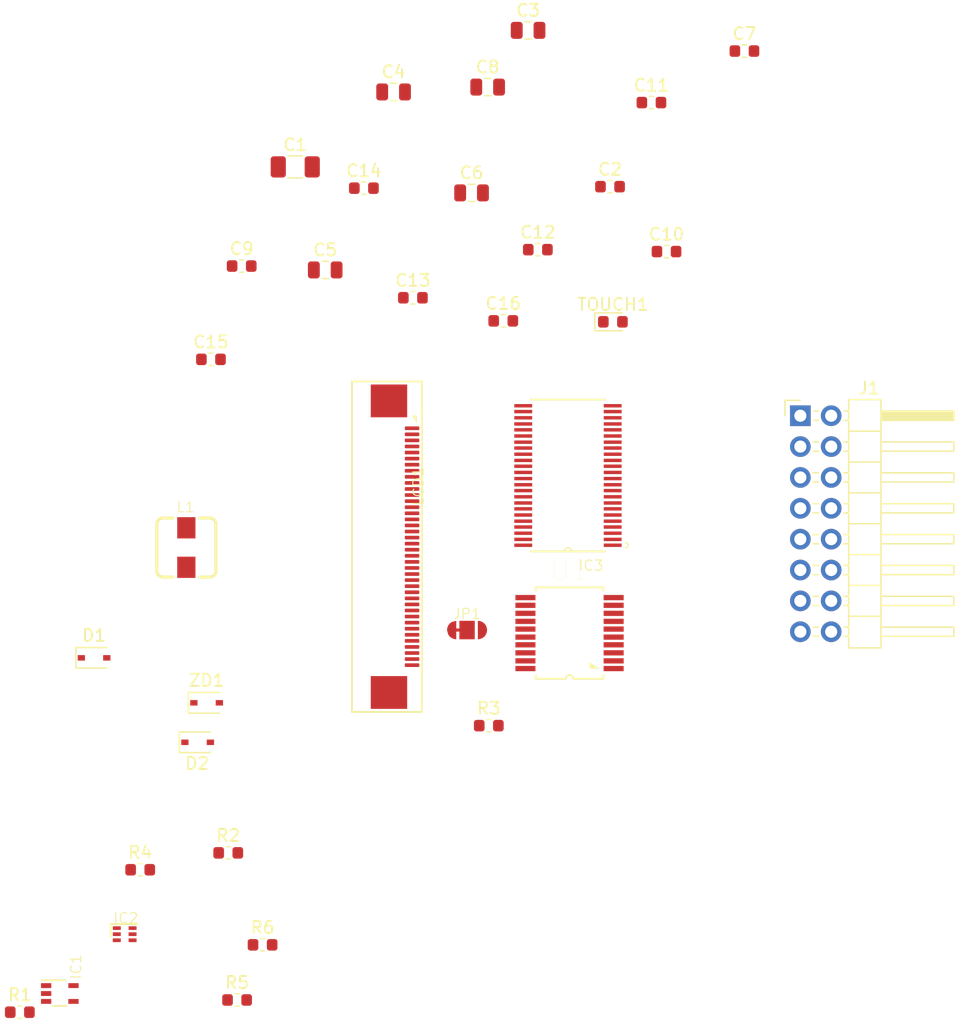
<source format=kicad_pcb>
(kicad_pcb (version 20171130) (host pcbnew 5.0.2+dfsg1-1)

  (general
    (thickness 1.6)
    (drawings 0)
    (tracks 0)
    (zones 0)
    (modules 34)
    (nets 43)
  )

  (page A4)
  (layers
    (0 F.Cu signal)
    (31 B.Cu signal)
    (32 B.Adhes user)
    (33 F.Adhes user)
    (34 B.Paste user)
    (35 F.Paste user)
    (36 B.SilkS user)
    (37 F.SilkS user)
    (38 B.Mask user)
    (39 F.Mask user)
    (40 Dwgs.User user)
    (41 Cmts.User user)
    (42 Eco1.User user)
    (43 Eco2.User user)
    (44 Edge.Cuts user)
    (45 Margin user)
    (46 B.CrtYd user)
    (47 F.CrtYd user)
    (48 B.Fab user)
    (49 F.Fab user)
  )

  (setup
    (last_trace_width 0.25)
    (trace_clearance 0.2)
    (zone_clearance 0.508)
    (zone_45_only no)
    (trace_min 0.2)
    (segment_width 0.2)
    (edge_width 0.15)
    (via_size 0.8)
    (via_drill 0.4)
    (via_min_size 0.4)
    (via_min_drill 0.3)
    (uvia_size 0.3)
    (uvia_drill 0.1)
    (uvias_allowed no)
    (uvia_min_size 0.2)
    (uvia_min_drill 0.1)
    (pcb_text_width 0.3)
    (pcb_text_size 1.5 1.5)
    (mod_edge_width 0.15)
    (mod_text_size 1 1)
    (mod_text_width 0.15)
    (pad_size 1.524 1.524)
    (pad_drill 0.762)
    (pad_to_mask_clearance 0.051)
    (solder_mask_min_width 0.25)
    (aux_axis_origin 0 0)
    (visible_elements FFFFFF7F)
    (pcbplotparams
      (layerselection 0x010fc_ffffffff)
      (usegerberextensions false)
      (usegerberattributes false)
      (usegerberadvancedattributes false)
      (creategerberjobfile false)
      (excludeedgelayer true)
      (linewidth 0.100000)
      (plotframeref false)
      (viasonmask false)
      (mode 1)
      (useauxorigin false)
      (hpglpennumber 1)
      (hpglpenspeed 20)
      (hpglpendiameter 15.000000)
      (psnegative false)
      (psa4output false)
      (plotreference true)
      (plotvalue true)
      (plotinvisibletext false)
      (padsonsilk false)
      (subtractmaskfromsilk false)
      (outputformat 1)
      (mirror false)
      (drillshape 1)
      (scaleselection 1)
      (outputdirectory ""))
  )

  (net 0 "")
  (net 1 3V3)
  (net 2 GND)
  (net 3 VLED+)
  (net 4 /Touch_YD)
  (net 5 /Touch_XL)
  (net 6 /VLED_SW)
  (net 7 VLED-)
  (net 8 GP5)
  (net 9 "Net-(IC1-Pad5)")
  (net 10 /Touch_XR)
  (net 11 /Touch_YU)
  (net 12 "Net-(IC3-Pad5)")
  (net 13 "Net-(IC3-Pad6)")
  (net 14 GN5)
  (net 15 GN4)
  (net 16 GP4)
  (net 17 /LTDC_RESET)
  (net 18 /LTDC_DE)
  (net 19 /LTDC_VSYNC)
  (net 20 /LTDC_HSYNC)
  (net 21 /LCD_DISP)
  (net 22 /LTDC_CLK)
  (net 23 LTDC_B7)
  (net 24 LTDC_B6)
  (net 25 LTDC_B5)
  (net 26 LTDC_B4)
  (net 27 LTDC_B3)
  (net 28 LTDC_B2)
  (net 29 LTDC_G7)
  (net 30 LTDC_G6)
  (net 31 LTDC_G5)
  (net 32 LTDC_G4)
  (net 33 LTDC_G3)
  (net 34 LTDC_G2)
  (net 35 LTDC_R7)
  (net 36 LTDC_R6)
  (net 37 LTDC_R5)
  (net 38 LTDC_R4)
  (net 39 LTDC_R3)
  (net 40 LTDC_R2)
  (net 41 "Net-(R5-Pad1)")
  (net 42 "Net-(R6-Pad1)")

  (net_class Default "This is the default net class."
    (clearance 0.2)
    (trace_width 0.25)
    (via_dia 0.8)
    (via_drill 0.4)
    (uvia_dia 0.3)
    (uvia_drill 0.1)
    (add_net /LCD_DISP)
    (add_net /LTDC_CLK)
    (add_net /LTDC_DE)
    (add_net /LTDC_HSYNC)
    (add_net /LTDC_RESET)
    (add_net /LTDC_VSYNC)
    (add_net /Touch_XL)
    (add_net /Touch_XR)
    (add_net /Touch_YD)
    (add_net /Touch_YU)
    (add_net /VLED_SW)
    (add_net 3V3)
    (add_net GN4)
    (add_net GN5)
    (add_net GND)
    (add_net GP4)
    (add_net GP5)
    (add_net LTDC_B2)
    (add_net LTDC_B3)
    (add_net LTDC_B4)
    (add_net LTDC_B5)
    (add_net LTDC_B6)
    (add_net LTDC_B7)
    (add_net LTDC_G2)
    (add_net LTDC_G3)
    (add_net LTDC_G4)
    (add_net LTDC_G5)
    (add_net LTDC_G6)
    (add_net LTDC_G7)
    (add_net LTDC_R2)
    (add_net LTDC_R3)
    (add_net LTDC_R4)
    (add_net LTDC_R5)
    (add_net LTDC_R6)
    (add_net LTDC_R7)
    (add_net "Net-(IC1-Pad5)")
    (add_net "Net-(IC3-Pad5)")
    (add_net "Net-(IC3-Pad6)")
    (add_net "Net-(R5-Pad1)")
    (add_net "Net-(R6-Pad1)")
    (add_net VLED+)
    (add_net VLED-)
  )

  (module Capacitor_SMD:C_1206_3216Metric (layer F.Cu) (tedit 5B301BBE) (tstamp 5E4859E1)
    (at 104.98 98.89)
    (descr "Capacitor SMD 1206 (3216 Metric), square (rectangular) end terminal, IPC_7351 nominal, (Body size source: http://www.tortai-tech.com/upload/download/2011102023233369053.pdf), generated with kicad-footprint-generator")
    (tags capacitor)
    (path /5E224EBD)
    (attr smd)
    (fp_text reference C1 (at 0 -1.82) (layer F.SilkS)
      (effects (font (size 1 1) (thickness 0.15)))
    )
    (fp_text value 4u7 (at -0.2 0.09) (layer F.Fab)
      (effects (font (size 1 1) (thickness 0.15)))
    )
    (fp_line (start -1.6 0.8) (end -1.6 -0.8) (layer F.Fab) (width 0.1))
    (fp_line (start -1.6 -0.8) (end 1.6 -0.8) (layer F.Fab) (width 0.1))
    (fp_line (start 1.6 -0.8) (end 1.6 0.8) (layer F.Fab) (width 0.1))
    (fp_line (start 1.6 0.8) (end -1.6 0.8) (layer F.Fab) (width 0.1))
    (fp_line (start -0.602064 -0.91) (end 0.602064 -0.91) (layer F.SilkS) (width 0.12))
    (fp_line (start -0.602064 0.91) (end 0.602064 0.91) (layer F.SilkS) (width 0.12))
    (fp_line (start -2.28 1.12) (end -2.28 -1.12) (layer F.CrtYd) (width 0.05))
    (fp_line (start -2.28 -1.12) (end 2.28 -1.12) (layer F.CrtYd) (width 0.05))
    (fp_line (start 2.28 -1.12) (end 2.28 1.12) (layer F.CrtYd) (width 0.05))
    (fp_line (start 2.28 1.12) (end -2.28 1.12) (layer F.CrtYd) (width 0.05))
    (fp_text user %R (at 0 0) (layer F.Fab)
      (effects (font (size 0.8 0.8) (thickness 0.12)))
    )
    (pad 1 smd roundrect (at -1.4 0) (size 1.25 1.75) (layers F.Cu F.Paste F.Mask) (roundrect_rratio 0.2)
      (net 1 3V3))
    (pad 2 smd roundrect (at 1.4 0) (size 1.25 1.75) (layers F.Cu F.Paste F.Mask) (roundrect_rratio 0.2)
      (net 2 GND))
    (model ${KISYS3DMOD}/Capacitor_SMD.3dshapes/C_1206_3216Metric.wrl
      (at (xyz 0 0 0))
      (scale (xyz 1 1 1))
      (rotate (xyz 0 0 0))
    )
  )

  (module Capacitor_SMD:C_0603_1608Metric (layer F.Cu) (tedit 5B301BBE) (tstamp 5E4859F2)
    (at 130.905001 100.515001)
    (descr "Capacitor SMD 0603 (1608 Metric), square (rectangular) end terminal, IPC_7351 nominal, (Body size source: http://www.tortai-tech.com/upload/download/2011102023233369053.pdf), generated with kicad-footprint-generator")
    (tags capacitor)
    (path /5E224F37)
    (attr smd)
    (fp_text reference C2 (at 0 -1.43) (layer F.SilkS)
      (effects (font (size 1 1) (thickness 0.15)))
    )
    (fp_text value 100n (at 0.064999 -0.055001) (layer F.Fab)
      (effects (font (size 1 1) (thickness 0.15)))
    )
    (fp_line (start -0.8 0.4) (end -0.8 -0.4) (layer F.Fab) (width 0.1))
    (fp_line (start -0.8 -0.4) (end 0.8 -0.4) (layer F.Fab) (width 0.1))
    (fp_line (start 0.8 -0.4) (end 0.8 0.4) (layer F.Fab) (width 0.1))
    (fp_line (start 0.8 0.4) (end -0.8 0.4) (layer F.Fab) (width 0.1))
    (fp_line (start -0.162779 -0.51) (end 0.162779 -0.51) (layer F.SilkS) (width 0.12))
    (fp_line (start -0.162779 0.51) (end 0.162779 0.51) (layer F.SilkS) (width 0.12))
    (fp_line (start -1.48 0.73) (end -1.48 -0.73) (layer F.CrtYd) (width 0.05))
    (fp_line (start -1.48 -0.73) (end 1.48 -0.73) (layer F.CrtYd) (width 0.05))
    (fp_line (start 1.48 -0.73) (end 1.48 0.73) (layer F.CrtYd) (width 0.05))
    (fp_line (start 1.48 0.73) (end -1.48 0.73) (layer F.CrtYd) (width 0.05))
    (fp_text user %R (at 0 0) (layer F.Fab)
      (effects (font (size 0.4 0.4) (thickness 0.06)))
    )
    (pad 1 smd roundrect (at -0.7875 0) (size 0.875 0.95) (layers F.Cu F.Paste F.Mask) (roundrect_rratio 0.25)
      (net 2 GND))
    (pad 2 smd roundrect (at 0.7875 0) (size 0.875 0.95) (layers F.Cu F.Paste F.Mask) (roundrect_rratio 0.25)
      (net 1 3V3))
    (model ${KISYS3DMOD}/Capacitor_SMD.3dshapes/C_0603_1608Metric.wrl
      (at (xyz 0 0 0))
      (scale (xyz 1 1 1))
      (rotate (xyz 0 0 0))
    )
  )

  (module Capacitor_SMD:C_0805_2012Metric (layer F.Cu) (tedit 5B36C52B) (tstamp 5E485A03)
    (at 124.1575 87.65)
    (descr "Capacitor SMD 0805 (2012 Metric), square (rectangular) end terminal, IPC_7351 nominal, (Body size source: https://docs.google.com/spreadsheets/d/1BsfQQcO9C6DZCsRaXUlFlo91Tg2WpOkGARC1WS5S8t0/edit?usp=sharing), generated with kicad-footprint-generator")
    (tags capacitor)
    (path /5E224EC4)
    (attr smd)
    (fp_text reference C3 (at 0 -1.65) (layer F.SilkS)
      (effects (font (size 1 1) (thickness 0.15)))
    )
    (fp_text value 1u (at 0.0225 -0.09) (layer F.Fab)
      (effects (font (size 1 1) (thickness 0.15)))
    )
    (fp_text user %R (at 0 0) (layer F.Fab)
      (effects (font (size 0.5 0.5) (thickness 0.08)))
    )
    (fp_line (start 1.68 0.95) (end -1.68 0.95) (layer F.CrtYd) (width 0.05))
    (fp_line (start 1.68 -0.95) (end 1.68 0.95) (layer F.CrtYd) (width 0.05))
    (fp_line (start -1.68 -0.95) (end 1.68 -0.95) (layer F.CrtYd) (width 0.05))
    (fp_line (start -1.68 0.95) (end -1.68 -0.95) (layer F.CrtYd) (width 0.05))
    (fp_line (start -0.258578 0.71) (end 0.258578 0.71) (layer F.SilkS) (width 0.12))
    (fp_line (start -0.258578 -0.71) (end 0.258578 -0.71) (layer F.SilkS) (width 0.12))
    (fp_line (start 1 0.6) (end -1 0.6) (layer F.Fab) (width 0.1))
    (fp_line (start 1 -0.6) (end 1 0.6) (layer F.Fab) (width 0.1))
    (fp_line (start -1 -0.6) (end 1 -0.6) (layer F.Fab) (width 0.1))
    (fp_line (start -1 0.6) (end -1 -0.6) (layer F.Fab) (width 0.1))
    (pad 2 smd roundrect (at 0.9375 0) (size 0.975 1.4) (layers F.Cu F.Paste F.Mask) (roundrect_rratio 0.25)
      (net 2 GND))
    (pad 1 smd roundrect (at -0.9375 0) (size 0.975 1.4) (layers F.Cu F.Paste F.Mask) (roundrect_rratio 0.25)
      (net 3 VLED+))
    (model ${KISYS3DMOD}/Capacitor_SMD.3dshapes/C_0805_2012Metric.wrl
      (at (xyz 0 0 0))
      (scale (xyz 1 1 1))
      (rotate (xyz 0 0 0))
    )
  )

  (module Capacitor_SMD:C_0805_2012Metric (layer F.Cu) (tedit 5B36C52B) (tstamp 5E485A14)
    (at 113.08 92.72)
    (descr "Capacitor SMD 0805 (2012 Metric), square (rectangular) end terminal, IPC_7351 nominal, (Body size source: https://docs.google.com/spreadsheets/d/1BsfQQcO9C6DZCsRaXUlFlo91Tg2WpOkGARC1WS5S8t0/edit?usp=sharing), generated with kicad-footprint-generator")
    (tags capacitor)
    (path /5E224ED9)
    (attr smd)
    (fp_text reference C4 (at 0 -1.65) (layer F.SilkS)
      (effects (font (size 1 1) (thickness 0.15)))
    )
    (fp_text value 10n (at 0 1.65) (layer F.Fab)
      (effects (font (size 1 1) (thickness 0.15)))
    )
    (fp_line (start -1 0.6) (end -1 -0.6) (layer F.Fab) (width 0.1))
    (fp_line (start -1 -0.6) (end 1 -0.6) (layer F.Fab) (width 0.1))
    (fp_line (start 1 -0.6) (end 1 0.6) (layer F.Fab) (width 0.1))
    (fp_line (start 1 0.6) (end -1 0.6) (layer F.Fab) (width 0.1))
    (fp_line (start -0.258578 -0.71) (end 0.258578 -0.71) (layer F.SilkS) (width 0.12))
    (fp_line (start -0.258578 0.71) (end 0.258578 0.71) (layer F.SilkS) (width 0.12))
    (fp_line (start -1.68 0.95) (end -1.68 -0.95) (layer F.CrtYd) (width 0.05))
    (fp_line (start -1.68 -0.95) (end 1.68 -0.95) (layer F.CrtYd) (width 0.05))
    (fp_line (start 1.68 -0.95) (end 1.68 0.95) (layer F.CrtYd) (width 0.05))
    (fp_line (start 1.68 0.95) (end -1.68 0.95) (layer F.CrtYd) (width 0.05))
    (fp_text user %R (at 0 0) (layer F.Fab)
      (effects (font (size 0.5 0.5) (thickness 0.08)))
    )
    (pad 1 smd roundrect (at -0.9375 0) (size 0.975 1.4) (layers F.Cu F.Paste F.Mask) (roundrect_rratio 0.25)
      (net 4 /Touch_YD))
    (pad 2 smd roundrect (at 0.9375 0) (size 0.975 1.4) (layers F.Cu F.Paste F.Mask) (roundrect_rratio 0.25)
      (net 2 GND))
    (model ${KISYS3DMOD}/Capacitor_SMD.3dshapes/C_0805_2012Metric.wrl
      (at (xyz 0 0 0))
      (scale (xyz 1 1 1))
      (rotate (xyz 0 0 0))
    )
  )

  (module Capacitor_SMD:C_0805_2012Metric (layer F.Cu) (tedit 5B36C52B) (tstamp 5E485A25)
    (at 107.4475 107.37)
    (descr "Capacitor SMD 0805 (2012 Metric), square (rectangular) end terminal, IPC_7351 nominal, (Body size source: https://docs.google.com/spreadsheets/d/1BsfQQcO9C6DZCsRaXUlFlo91Tg2WpOkGARC1WS5S8t0/edit?usp=sharing), generated with kicad-footprint-generator")
    (tags capacitor)
    (path /5E224F23)
    (attr smd)
    (fp_text reference C5 (at 0 -1.65) (layer F.SilkS)
      (effects (font (size 1 1) (thickness 0.15)))
    )
    (fp_text value 2u2 (at 0.0125 0.01) (layer F.Fab)
      (effects (font (size 1 1) (thickness 0.15)))
    )
    (fp_line (start -1 0.6) (end -1 -0.6) (layer F.Fab) (width 0.1))
    (fp_line (start -1 -0.6) (end 1 -0.6) (layer F.Fab) (width 0.1))
    (fp_line (start 1 -0.6) (end 1 0.6) (layer F.Fab) (width 0.1))
    (fp_line (start 1 0.6) (end -1 0.6) (layer F.Fab) (width 0.1))
    (fp_line (start -0.258578 -0.71) (end 0.258578 -0.71) (layer F.SilkS) (width 0.12))
    (fp_line (start -0.258578 0.71) (end 0.258578 0.71) (layer F.SilkS) (width 0.12))
    (fp_line (start -1.68 0.95) (end -1.68 -0.95) (layer F.CrtYd) (width 0.05))
    (fp_line (start -1.68 -0.95) (end 1.68 -0.95) (layer F.CrtYd) (width 0.05))
    (fp_line (start 1.68 -0.95) (end 1.68 0.95) (layer F.CrtYd) (width 0.05))
    (fp_line (start 1.68 0.95) (end -1.68 0.95) (layer F.CrtYd) (width 0.05))
    (fp_text user %R (at 0 0) (layer F.Fab)
      (effects (font (size 0.5 0.5) (thickness 0.08)))
    )
    (pad 1 smd roundrect (at -0.9375 0) (size 0.975 1.4) (layers F.Cu F.Paste F.Mask) (roundrect_rratio 0.25)
      (net 1 3V3))
    (pad 2 smd roundrect (at 0.9375 0) (size 0.975 1.4) (layers F.Cu F.Paste F.Mask) (roundrect_rratio 0.25)
      (net 2 GND))
    (model ${KISYS3DMOD}/Capacitor_SMD.3dshapes/C_0805_2012Metric.wrl
      (at (xyz 0 0 0))
      (scale (xyz 1 1 1))
      (rotate (xyz 0 0 0))
    )
  )

  (module Capacitor_SMD:C_0805_2012Metric (layer F.Cu) (tedit 5B36C52B) (tstamp 5E485A36)
    (at 119.5 101.03)
    (descr "Capacitor SMD 0805 (2012 Metric), square (rectangular) end terminal, IPC_7351 nominal, (Body size source: https://docs.google.com/spreadsheets/d/1BsfQQcO9C6DZCsRaXUlFlo91Tg2WpOkGARC1WS5S8t0/edit?usp=sharing), generated with kicad-footprint-generator")
    (tags capacitor)
    (path /5E224EE0)
    (attr smd)
    (fp_text reference C6 (at 0 -1.65) (layer F.SilkS)
      (effects (font (size 1 1) (thickness 0.15)))
    )
    (fp_text value 10n (at 0.14 -0.05) (layer F.Fab)
      (effects (font (size 1 1) (thickness 0.15)))
    )
    (fp_text user %R (at 0 0) (layer F.Fab)
      (effects (font (size 0.5 0.5) (thickness 0.08)))
    )
    (fp_line (start 1.68 0.95) (end -1.68 0.95) (layer F.CrtYd) (width 0.05))
    (fp_line (start 1.68 -0.95) (end 1.68 0.95) (layer F.CrtYd) (width 0.05))
    (fp_line (start -1.68 -0.95) (end 1.68 -0.95) (layer F.CrtYd) (width 0.05))
    (fp_line (start -1.68 0.95) (end -1.68 -0.95) (layer F.CrtYd) (width 0.05))
    (fp_line (start -0.258578 0.71) (end 0.258578 0.71) (layer F.SilkS) (width 0.12))
    (fp_line (start -0.258578 -0.71) (end 0.258578 -0.71) (layer F.SilkS) (width 0.12))
    (fp_line (start 1 0.6) (end -1 0.6) (layer F.Fab) (width 0.1))
    (fp_line (start 1 -0.6) (end 1 0.6) (layer F.Fab) (width 0.1))
    (fp_line (start -1 -0.6) (end 1 -0.6) (layer F.Fab) (width 0.1))
    (fp_line (start -1 0.6) (end -1 -0.6) (layer F.Fab) (width 0.1))
    (pad 2 smd roundrect (at 0.9375 0) (size 0.975 1.4) (layers F.Cu F.Paste F.Mask) (roundrect_rratio 0.25)
      (net 2 GND))
    (pad 1 smd roundrect (at -0.9375 0) (size 0.975 1.4) (layers F.Cu F.Paste F.Mask) (roundrect_rratio 0.25)
      (net 5 /Touch_XL))
    (model ${KISYS3DMOD}/Capacitor_SMD.3dshapes/C_0805_2012Metric.wrl
      (at (xyz 0 0 0))
      (scale (xyz 1 1 1))
      (rotate (xyz 0 0 0))
    )
  )

  (module Capacitor_SMD:C_0603_1608Metric (layer F.Cu) (tedit 5B301BBE) (tstamp 5E485A47)
    (at 141.975001 89.355001)
    (descr "Capacitor SMD 0603 (1608 Metric), square (rectangular) end terminal, IPC_7351 nominal, (Body size source: http://www.tortai-tech.com/upload/download/2011102023233369053.pdf), generated with kicad-footprint-generator")
    (tags capacitor)
    (path /5E224EEE)
    (attr smd)
    (fp_text reference C7 (at 0 -1.43) (layer F.SilkS)
      (effects (font (size 1 1) (thickness 0.15)))
    )
    (fp_text value 100n (at 0.054999 -0.005001) (layer F.Fab)
      (effects (font (size 1 1) (thickness 0.15)))
    )
    (fp_text user %R (at 0 0) (layer F.Fab)
      (effects (font (size 0.4 0.4) (thickness 0.06)))
    )
    (fp_line (start 1.48 0.73) (end -1.48 0.73) (layer F.CrtYd) (width 0.05))
    (fp_line (start 1.48 -0.73) (end 1.48 0.73) (layer F.CrtYd) (width 0.05))
    (fp_line (start -1.48 -0.73) (end 1.48 -0.73) (layer F.CrtYd) (width 0.05))
    (fp_line (start -1.48 0.73) (end -1.48 -0.73) (layer F.CrtYd) (width 0.05))
    (fp_line (start -0.162779 0.51) (end 0.162779 0.51) (layer F.SilkS) (width 0.12))
    (fp_line (start -0.162779 -0.51) (end 0.162779 -0.51) (layer F.SilkS) (width 0.12))
    (fp_line (start 0.8 0.4) (end -0.8 0.4) (layer F.Fab) (width 0.1))
    (fp_line (start 0.8 -0.4) (end 0.8 0.4) (layer F.Fab) (width 0.1))
    (fp_line (start -0.8 -0.4) (end 0.8 -0.4) (layer F.Fab) (width 0.1))
    (fp_line (start -0.8 0.4) (end -0.8 -0.4) (layer F.Fab) (width 0.1))
    (pad 2 smd roundrect (at 0.7875 0) (size 0.875 0.95) (layers F.Cu F.Paste F.Mask) (roundrect_rratio 0.25)
      (net 1 3V3))
    (pad 1 smd roundrect (at -0.7875 0) (size 0.875 0.95) (layers F.Cu F.Paste F.Mask) (roundrect_rratio 0.25)
      (net 2 GND))
    (model ${KISYS3DMOD}/Capacitor_SMD.3dshapes/C_0603_1608Metric.wrl
      (at (xyz 0 0 0))
      (scale (xyz 1 1 1))
      (rotate (xyz 0 0 0))
    )
  )

  (module Capacitor_SMD:C_0805_2012Metric (layer F.Cu) (tedit 5B36C52B) (tstamp 5E485A58)
    (at 120.8275 92.32)
    (descr "Capacitor SMD 0805 (2012 Metric), square (rectangular) end terminal, IPC_7351 nominal, (Body size source: https://docs.google.com/spreadsheets/d/1BsfQQcO9C6DZCsRaXUlFlo91Tg2WpOkGARC1WS5S8t0/edit?usp=sharing), generated with kicad-footprint-generator")
    (tags capacitor)
    (path /5E224EF5)
    (attr smd)
    (fp_text reference C8 (at 0 -1.65) (layer F.SilkS)
      (effects (font (size 1 1) (thickness 0.15)))
    )
    (fp_text value 1u (at 0 1.65) (layer F.Fab)
      (effects (font (size 1 1) (thickness 0.15)))
    )
    (fp_line (start -1 0.6) (end -1 -0.6) (layer F.Fab) (width 0.1))
    (fp_line (start -1 -0.6) (end 1 -0.6) (layer F.Fab) (width 0.1))
    (fp_line (start 1 -0.6) (end 1 0.6) (layer F.Fab) (width 0.1))
    (fp_line (start 1 0.6) (end -1 0.6) (layer F.Fab) (width 0.1))
    (fp_line (start -0.258578 -0.71) (end 0.258578 -0.71) (layer F.SilkS) (width 0.12))
    (fp_line (start -0.258578 0.71) (end 0.258578 0.71) (layer F.SilkS) (width 0.12))
    (fp_line (start -1.68 0.95) (end -1.68 -0.95) (layer F.CrtYd) (width 0.05))
    (fp_line (start -1.68 -0.95) (end 1.68 -0.95) (layer F.CrtYd) (width 0.05))
    (fp_line (start 1.68 -0.95) (end 1.68 0.95) (layer F.CrtYd) (width 0.05))
    (fp_line (start 1.68 0.95) (end -1.68 0.95) (layer F.CrtYd) (width 0.05))
    (fp_text user %R (at 0 0) (layer F.Fab)
      (effects (font (size 0.5 0.5) (thickness 0.08)))
    )
    (pad 1 smd roundrect (at -0.9375 0) (size 0.975 1.4) (layers F.Cu F.Paste F.Mask) (roundrect_rratio 0.25)
      (net 2 GND))
    (pad 2 smd roundrect (at 0.9375 0) (size 0.975 1.4) (layers F.Cu F.Paste F.Mask) (roundrect_rratio 0.25)
      (net 1 3V3))
    (model ${KISYS3DMOD}/Capacitor_SMD.3dshapes/C_0805_2012Metric.wrl
      (at (xyz 0 0 0))
      (scale (xyz 1 1 1))
      (rotate (xyz 0 0 0))
    )
  )

  (module Capacitor_SMD:C_0603_1608Metric (layer F.Cu) (tedit 5B301BBE) (tstamp 5E485A69)
    (at 100.5675 107.05)
    (descr "Capacitor SMD 0603 (1608 Metric), square (rectangular) end terminal, IPC_7351 nominal, (Body size source: http://www.tortai-tech.com/upload/download/2011102023233369053.pdf), generated with kicad-footprint-generator")
    (tags capacitor)
    (path /5E384C9C)
    (attr smd)
    (fp_text reference C9 (at 0 -1.43) (layer F.SilkS)
      (effects (font (size 1 1) (thickness 0.15)))
    )
    (fp_text value 100n (at -0.0175 0.05) (layer F.Fab)
      (effects (font (size 1 1) (thickness 0.15)))
    )
    (fp_line (start -0.8 0.4) (end -0.8 -0.4) (layer F.Fab) (width 0.1))
    (fp_line (start -0.8 -0.4) (end 0.8 -0.4) (layer F.Fab) (width 0.1))
    (fp_line (start 0.8 -0.4) (end 0.8 0.4) (layer F.Fab) (width 0.1))
    (fp_line (start 0.8 0.4) (end -0.8 0.4) (layer F.Fab) (width 0.1))
    (fp_line (start -0.162779 -0.51) (end 0.162779 -0.51) (layer F.SilkS) (width 0.12))
    (fp_line (start -0.162779 0.51) (end 0.162779 0.51) (layer F.SilkS) (width 0.12))
    (fp_line (start -1.48 0.73) (end -1.48 -0.73) (layer F.CrtYd) (width 0.05))
    (fp_line (start -1.48 -0.73) (end 1.48 -0.73) (layer F.CrtYd) (width 0.05))
    (fp_line (start 1.48 -0.73) (end 1.48 0.73) (layer F.CrtYd) (width 0.05))
    (fp_line (start 1.48 0.73) (end -1.48 0.73) (layer F.CrtYd) (width 0.05))
    (fp_text user %R (at 0 0) (layer F.Fab)
      (effects (font (size 0.4 0.4) (thickness 0.06)))
    )
    (pad 1 smd roundrect (at -0.7875 0) (size 0.875 0.95) (layers F.Cu F.Paste F.Mask) (roundrect_rratio 0.25)
      (net 1 3V3))
    (pad 2 smd roundrect (at 0.7875 0) (size 0.875 0.95) (layers F.Cu F.Paste F.Mask) (roundrect_rratio 0.25)
      (net 2 GND))
    (model ${KISYS3DMOD}/Capacitor_SMD.3dshapes/C_0603_1608Metric.wrl
      (at (xyz 0 0 0))
      (scale (xyz 1 1 1))
      (rotate (xyz 0 0 0))
    )
  )

  (module Capacitor_SMD:C_0603_1608Metric (layer F.Cu) (tedit 5B301BBE) (tstamp 5E485A7A)
    (at 135.5575 105.86)
    (descr "Capacitor SMD 0603 (1608 Metric), square (rectangular) end terminal, IPC_7351 nominal, (Body size source: http://www.tortai-tech.com/upload/download/2011102023233369053.pdf), generated with kicad-footprint-generator")
    (tags capacitor)
    (path /5E384CA7)
    (attr smd)
    (fp_text reference C10 (at 0 -1.43) (layer F.SilkS)
      (effects (font (size 1 1) (thickness 0.15)))
    )
    (fp_text value 100n (at -0.0475 0.02) (layer F.Fab)
      (effects (font (size 1 1) (thickness 0.15)))
    )
    (fp_text user %R (at 0 0) (layer F.Fab)
      (effects (font (size 0.4 0.4) (thickness 0.06)))
    )
    (fp_line (start 1.48 0.73) (end -1.48 0.73) (layer F.CrtYd) (width 0.05))
    (fp_line (start 1.48 -0.73) (end 1.48 0.73) (layer F.CrtYd) (width 0.05))
    (fp_line (start -1.48 -0.73) (end 1.48 -0.73) (layer F.CrtYd) (width 0.05))
    (fp_line (start -1.48 0.73) (end -1.48 -0.73) (layer F.CrtYd) (width 0.05))
    (fp_line (start -0.162779 0.51) (end 0.162779 0.51) (layer F.SilkS) (width 0.12))
    (fp_line (start -0.162779 -0.51) (end 0.162779 -0.51) (layer F.SilkS) (width 0.12))
    (fp_line (start 0.8 0.4) (end -0.8 0.4) (layer F.Fab) (width 0.1))
    (fp_line (start 0.8 -0.4) (end 0.8 0.4) (layer F.Fab) (width 0.1))
    (fp_line (start -0.8 -0.4) (end 0.8 -0.4) (layer F.Fab) (width 0.1))
    (fp_line (start -0.8 0.4) (end -0.8 -0.4) (layer F.Fab) (width 0.1))
    (pad 2 smd roundrect (at 0.7875 0) (size 0.875 0.95) (layers F.Cu F.Paste F.Mask) (roundrect_rratio 0.25)
      (net 2 GND))
    (pad 1 smd roundrect (at -0.7875 0) (size 0.875 0.95) (layers F.Cu F.Paste F.Mask) (roundrect_rratio 0.25)
      (net 1 3V3))
    (model ${KISYS3DMOD}/Capacitor_SMD.3dshapes/C_0603_1608Metric.wrl
      (at (xyz 0 0 0))
      (scale (xyz 1 1 1))
      (rotate (xyz 0 0 0))
    )
  )

  (module Capacitor_SMD:C_0603_1608Metric (layer F.Cu) (tedit 5B301BBE) (tstamp 5E485A8B)
    (at 134.315001 93.595001)
    (descr "Capacitor SMD 0603 (1608 Metric), square (rectangular) end terminal, IPC_7351 nominal, (Body size source: http://www.tortai-tech.com/upload/download/2011102023233369053.pdf), generated with kicad-footprint-generator")
    (tags capacitor)
    (path /5E384CB2)
    (attr smd)
    (fp_text reference C11 (at 0 -1.43) (layer F.SilkS)
      (effects (font (size 1 1) (thickness 0.15)))
    )
    (fp_text value 100n (at 0.144999 -0.045001) (layer F.Fab)
      (effects (font (size 1 1) (thickness 0.15)))
    )
    (fp_line (start -0.8 0.4) (end -0.8 -0.4) (layer F.Fab) (width 0.1))
    (fp_line (start -0.8 -0.4) (end 0.8 -0.4) (layer F.Fab) (width 0.1))
    (fp_line (start 0.8 -0.4) (end 0.8 0.4) (layer F.Fab) (width 0.1))
    (fp_line (start 0.8 0.4) (end -0.8 0.4) (layer F.Fab) (width 0.1))
    (fp_line (start -0.162779 -0.51) (end 0.162779 -0.51) (layer F.SilkS) (width 0.12))
    (fp_line (start -0.162779 0.51) (end 0.162779 0.51) (layer F.SilkS) (width 0.12))
    (fp_line (start -1.48 0.73) (end -1.48 -0.73) (layer F.CrtYd) (width 0.05))
    (fp_line (start -1.48 -0.73) (end 1.48 -0.73) (layer F.CrtYd) (width 0.05))
    (fp_line (start 1.48 -0.73) (end 1.48 0.73) (layer F.CrtYd) (width 0.05))
    (fp_line (start 1.48 0.73) (end -1.48 0.73) (layer F.CrtYd) (width 0.05))
    (fp_text user %R (at 0 0) (layer F.Fab)
      (effects (font (size 0.4 0.4) (thickness 0.06)))
    )
    (pad 1 smd roundrect (at -0.7875 0) (size 0.875 0.95) (layers F.Cu F.Paste F.Mask) (roundrect_rratio 0.25)
      (net 1 3V3))
    (pad 2 smd roundrect (at 0.7875 0) (size 0.875 0.95) (layers F.Cu F.Paste F.Mask) (roundrect_rratio 0.25)
      (net 2 GND))
    (model ${KISYS3DMOD}/Capacitor_SMD.3dshapes/C_0603_1608Metric.wrl
      (at (xyz 0 0 0))
      (scale (xyz 1 1 1))
      (rotate (xyz 0 0 0))
    )
  )

  (module Capacitor_SMD:C_0603_1608Metric (layer F.Cu) (tedit 5B301BBE) (tstamp 5E485A9C)
    (at 124.96 105.7)
    (descr "Capacitor SMD 0603 (1608 Metric), square (rectangular) end terminal, IPC_7351 nominal, (Body size source: http://www.tortai-tech.com/upload/download/2011102023233369053.pdf), generated with kicad-footprint-generator")
    (tags capacitor)
    (path /5E384CBD)
    (attr smd)
    (fp_text reference C12 (at 0 -1.43) (layer F.SilkS)
      (effects (font (size 1 1) (thickness 0.15)))
    )
    (fp_text value 100n (at 0.2 0.07) (layer F.Fab)
      (effects (font (size 1 1) (thickness 0.15)))
    )
    (fp_text user %R (at 0 0) (layer F.Fab)
      (effects (font (size 0.4 0.4) (thickness 0.06)))
    )
    (fp_line (start 1.48 0.73) (end -1.48 0.73) (layer F.CrtYd) (width 0.05))
    (fp_line (start 1.48 -0.73) (end 1.48 0.73) (layer F.CrtYd) (width 0.05))
    (fp_line (start -1.48 -0.73) (end 1.48 -0.73) (layer F.CrtYd) (width 0.05))
    (fp_line (start -1.48 0.73) (end -1.48 -0.73) (layer F.CrtYd) (width 0.05))
    (fp_line (start -0.162779 0.51) (end 0.162779 0.51) (layer F.SilkS) (width 0.12))
    (fp_line (start -0.162779 -0.51) (end 0.162779 -0.51) (layer F.SilkS) (width 0.12))
    (fp_line (start 0.8 0.4) (end -0.8 0.4) (layer F.Fab) (width 0.1))
    (fp_line (start 0.8 -0.4) (end 0.8 0.4) (layer F.Fab) (width 0.1))
    (fp_line (start -0.8 -0.4) (end 0.8 -0.4) (layer F.Fab) (width 0.1))
    (fp_line (start -0.8 0.4) (end -0.8 -0.4) (layer F.Fab) (width 0.1))
    (pad 2 smd roundrect (at 0.7875 0) (size 0.875 0.95) (layers F.Cu F.Paste F.Mask) (roundrect_rratio 0.25)
      (net 2 GND))
    (pad 1 smd roundrect (at -0.7875 0) (size 0.875 0.95) (layers F.Cu F.Paste F.Mask) (roundrect_rratio 0.25)
      (net 1 3V3))
    (model ${KISYS3DMOD}/Capacitor_SMD.3dshapes/C_0603_1608Metric.wrl
      (at (xyz 0 0 0))
      (scale (xyz 1 1 1))
      (rotate (xyz 0 0 0))
    )
  )

  (module Capacitor_SMD:C_0603_1608Metric (layer F.Cu) (tedit 5B301BBE) (tstamp 5E485AAD)
    (at 114.67 109.66)
    (descr "Capacitor SMD 0603 (1608 Metric), square (rectangular) end terminal, IPC_7351 nominal, (Body size source: http://www.tortai-tech.com/upload/download/2011102023233369053.pdf), generated with kicad-footprint-generator")
    (tags capacitor)
    (path /5E384C70)
    (attr smd)
    (fp_text reference C13 (at 0 -1.43) (layer F.SilkS)
      (effects (font (size 1 1) (thickness 0.15)))
    )
    (fp_text value 100n (at 0.21 0.03) (layer F.Fab)
      (effects (font (size 1 1) (thickness 0.15)))
    )
    (fp_line (start -0.8 0.4) (end -0.8 -0.4) (layer F.Fab) (width 0.1))
    (fp_line (start -0.8 -0.4) (end 0.8 -0.4) (layer F.Fab) (width 0.1))
    (fp_line (start 0.8 -0.4) (end 0.8 0.4) (layer F.Fab) (width 0.1))
    (fp_line (start 0.8 0.4) (end -0.8 0.4) (layer F.Fab) (width 0.1))
    (fp_line (start -0.162779 -0.51) (end 0.162779 -0.51) (layer F.SilkS) (width 0.12))
    (fp_line (start -0.162779 0.51) (end 0.162779 0.51) (layer F.SilkS) (width 0.12))
    (fp_line (start -1.48 0.73) (end -1.48 -0.73) (layer F.CrtYd) (width 0.05))
    (fp_line (start -1.48 -0.73) (end 1.48 -0.73) (layer F.CrtYd) (width 0.05))
    (fp_line (start 1.48 -0.73) (end 1.48 0.73) (layer F.CrtYd) (width 0.05))
    (fp_line (start 1.48 0.73) (end -1.48 0.73) (layer F.CrtYd) (width 0.05))
    (fp_text user %R (at 0 0) (layer F.Fab)
      (effects (font (size 0.4 0.4) (thickness 0.06)))
    )
    (pad 1 smd roundrect (at -0.7875 0) (size 0.875 0.95) (layers F.Cu F.Paste F.Mask) (roundrect_rratio 0.25)
      (net 1 3V3))
    (pad 2 smd roundrect (at 0.7875 0) (size 0.875 0.95) (layers F.Cu F.Paste F.Mask) (roundrect_rratio 0.25)
      (net 2 GND))
    (model ${KISYS3DMOD}/Capacitor_SMD.3dshapes/C_0603_1608Metric.wrl
      (at (xyz 0 0 0))
      (scale (xyz 1 1 1))
      (rotate (xyz 0 0 0))
    )
  )

  (module Capacitor_SMD:C_0603_1608Metric (layer F.Cu) (tedit 5B301BBE) (tstamp 5E485ABE)
    (at 110.6325 100.64)
    (descr "Capacitor SMD 0603 (1608 Metric), square (rectangular) end terminal, IPC_7351 nominal, (Body size source: http://www.tortai-tech.com/upload/download/2011102023233369053.pdf), generated with kicad-footprint-generator")
    (tags capacitor)
    (path /5E384C7B)
    (attr smd)
    (fp_text reference C14 (at 0 -1.43) (layer F.SilkS)
      (effects (font (size 1 1) (thickness 0.15)))
    )
    (fp_text value 100n (at -0.0425 0.03) (layer F.Fab)
      (effects (font (size 1 1) (thickness 0.15)))
    )
    (fp_text user %R (at 0 0) (layer F.Fab)
      (effects (font (size 0.4 0.4) (thickness 0.06)))
    )
    (fp_line (start 1.48 0.73) (end -1.48 0.73) (layer F.CrtYd) (width 0.05))
    (fp_line (start 1.48 -0.73) (end 1.48 0.73) (layer F.CrtYd) (width 0.05))
    (fp_line (start -1.48 -0.73) (end 1.48 -0.73) (layer F.CrtYd) (width 0.05))
    (fp_line (start -1.48 0.73) (end -1.48 -0.73) (layer F.CrtYd) (width 0.05))
    (fp_line (start -0.162779 0.51) (end 0.162779 0.51) (layer F.SilkS) (width 0.12))
    (fp_line (start -0.162779 -0.51) (end 0.162779 -0.51) (layer F.SilkS) (width 0.12))
    (fp_line (start 0.8 0.4) (end -0.8 0.4) (layer F.Fab) (width 0.1))
    (fp_line (start 0.8 -0.4) (end 0.8 0.4) (layer F.Fab) (width 0.1))
    (fp_line (start -0.8 -0.4) (end 0.8 -0.4) (layer F.Fab) (width 0.1))
    (fp_line (start -0.8 0.4) (end -0.8 -0.4) (layer F.Fab) (width 0.1))
    (pad 2 smd roundrect (at 0.7875 0) (size 0.875 0.95) (layers F.Cu F.Paste F.Mask) (roundrect_rratio 0.25)
      (net 2 GND))
    (pad 1 smd roundrect (at -0.7875 0) (size 0.875 0.95) (layers F.Cu F.Paste F.Mask) (roundrect_rratio 0.25)
      (net 1 3V3))
    (model ${KISYS3DMOD}/Capacitor_SMD.3dshapes/C_0603_1608Metric.wrl
      (at (xyz 0 0 0))
      (scale (xyz 1 1 1))
      (rotate (xyz 0 0 0))
    )
  )

  (module Capacitor_SMD:C_0603_1608Metric (layer F.Cu) (tedit 5B301BBE) (tstamp 5E485ACF)
    (at 98.0375 114.73)
    (descr "Capacitor SMD 0603 (1608 Metric), square (rectangular) end terminal, IPC_7351 nominal, (Body size source: http://www.tortai-tech.com/upload/download/2011102023233369053.pdf), generated with kicad-footprint-generator")
    (tags capacitor)
    (path /5E384C86)
    (attr smd)
    (fp_text reference C15 (at 0 -1.43) (layer F.SilkS)
      (effects (font (size 1 1) (thickness 0.15)))
    )
    (fp_text value 100n (at 0.0225 0.06) (layer F.Fab)
      (effects (font (size 1 1) (thickness 0.15)))
    )
    (fp_line (start -0.8 0.4) (end -0.8 -0.4) (layer F.Fab) (width 0.1))
    (fp_line (start -0.8 -0.4) (end 0.8 -0.4) (layer F.Fab) (width 0.1))
    (fp_line (start 0.8 -0.4) (end 0.8 0.4) (layer F.Fab) (width 0.1))
    (fp_line (start 0.8 0.4) (end -0.8 0.4) (layer F.Fab) (width 0.1))
    (fp_line (start -0.162779 -0.51) (end 0.162779 -0.51) (layer F.SilkS) (width 0.12))
    (fp_line (start -0.162779 0.51) (end 0.162779 0.51) (layer F.SilkS) (width 0.12))
    (fp_line (start -1.48 0.73) (end -1.48 -0.73) (layer F.CrtYd) (width 0.05))
    (fp_line (start -1.48 -0.73) (end 1.48 -0.73) (layer F.CrtYd) (width 0.05))
    (fp_line (start 1.48 -0.73) (end 1.48 0.73) (layer F.CrtYd) (width 0.05))
    (fp_line (start 1.48 0.73) (end -1.48 0.73) (layer F.CrtYd) (width 0.05))
    (fp_text user %R (at 0 0) (layer F.Fab)
      (effects (font (size 0.4 0.4) (thickness 0.06)))
    )
    (pad 1 smd roundrect (at -0.7875 0) (size 0.875 0.95) (layers F.Cu F.Paste F.Mask) (roundrect_rratio 0.25)
      (net 1 3V3))
    (pad 2 smd roundrect (at 0.7875 0) (size 0.875 0.95) (layers F.Cu F.Paste F.Mask) (roundrect_rratio 0.25)
      (net 2 GND))
    (model ${KISYS3DMOD}/Capacitor_SMD.3dshapes/C_0603_1608Metric.wrl
      (at (xyz 0 0 0))
      (scale (xyz 1 1 1))
      (rotate (xyz 0 0 0))
    )
  )

  (module Capacitor_SMD:C_0603_1608Metric (layer F.Cu) (tedit 5B301BBE) (tstamp 5E485AE0)
    (at 122.1125 111.56)
    (descr "Capacitor SMD 0603 (1608 Metric), square (rectangular) end terminal, IPC_7351 nominal, (Body size source: http://www.tortai-tech.com/upload/download/2011102023233369053.pdf), generated with kicad-footprint-generator")
    (tags capacitor)
    (path /5E384C91)
    (attr smd)
    (fp_text reference C16 (at 0 -1.43) (layer F.SilkS)
      (effects (font (size 1 1) (thickness 0.15)))
    )
    (fp_text value 100n (at 0.0075 -0.02) (layer F.Fab)
      (effects (font (size 1 1) (thickness 0.15)))
    )
    (fp_text user %R (at 0 0) (layer F.Fab)
      (effects (font (size 0.4 0.4) (thickness 0.06)))
    )
    (fp_line (start 1.48 0.73) (end -1.48 0.73) (layer F.CrtYd) (width 0.05))
    (fp_line (start 1.48 -0.73) (end 1.48 0.73) (layer F.CrtYd) (width 0.05))
    (fp_line (start -1.48 -0.73) (end 1.48 -0.73) (layer F.CrtYd) (width 0.05))
    (fp_line (start -1.48 0.73) (end -1.48 -0.73) (layer F.CrtYd) (width 0.05))
    (fp_line (start -0.162779 0.51) (end 0.162779 0.51) (layer F.SilkS) (width 0.12))
    (fp_line (start -0.162779 -0.51) (end 0.162779 -0.51) (layer F.SilkS) (width 0.12))
    (fp_line (start 0.8 0.4) (end -0.8 0.4) (layer F.Fab) (width 0.1))
    (fp_line (start 0.8 -0.4) (end 0.8 0.4) (layer F.Fab) (width 0.1))
    (fp_line (start -0.8 -0.4) (end 0.8 -0.4) (layer F.Fab) (width 0.1))
    (fp_line (start -0.8 0.4) (end -0.8 -0.4) (layer F.Fab) (width 0.1))
    (pad 2 smd roundrect (at 0.7875 0) (size 0.875 0.95) (layers F.Cu F.Paste F.Mask) (roundrect_rratio 0.25)
      (net 2 GND))
    (pad 1 smd roundrect (at -0.7875 0) (size 0.875 0.95) (layers F.Cu F.Paste F.Mask) (roundrect_rratio 0.25)
      (net 1 3V3))
    (model ${KISYS3DMOD}/Capacitor_SMD.3dshapes/C_0603_1608Metric.wrl
      (at (xyz 0 0 0))
      (scale (xyz 1 1 1))
      (rotate (xyz 0 0 0))
    )
  )

  (module Connector_PinHeader_2.54mm:PinHeader_2x08_P2.54mm_Horizontal (layer F.Cu) (tedit 59FED5CB) (tstamp 5E485B79)
    (at 146.58 119.37)
    (descr "Through hole angled pin header, 2x08, 2.54mm pitch, 6mm pin length, double rows")
    (tags "Through hole angled pin header THT 2x08 2.54mm double row")
    (path /5E47DAD3)
    (fp_text reference J1 (at 5.655 -2.27) (layer F.SilkS)
      (effects (font (size 1 1) (thickness 0.15)))
    )
    (fp_text value Conn_02x08_Odd_Even (at 5.655 20.05) (layer F.Fab)
      (effects (font (size 1 1) (thickness 0.15)))
    )
    (fp_line (start 4.675 -1.27) (end 6.58 -1.27) (layer F.Fab) (width 0.1))
    (fp_line (start 6.58 -1.27) (end 6.58 19.05) (layer F.Fab) (width 0.1))
    (fp_line (start 6.58 19.05) (end 4.04 19.05) (layer F.Fab) (width 0.1))
    (fp_line (start 4.04 19.05) (end 4.04 -0.635) (layer F.Fab) (width 0.1))
    (fp_line (start 4.04 -0.635) (end 4.675 -1.27) (layer F.Fab) (width 0.1))
    (fp_line (start -0.32 -0.32) (end 4.04 -0.32) (layer F.Fab) (width 0.1))
    (fp_line (start -0.32 -0.32) (end -0.32 0.32) (layer F.Fab) (width 0.1))
    (fp_line (start -0.32 0.32) (end 4.04 0.32) (layer F.Fab) (width 0.1))
    (fp_line (start 6.58 -0.32) (end 12.58 -0.32) (layer F.Fab) (width 0.1))
    (fp_line (start 12.58 -0.32) (end 12.58 0.32) (layer F.Fab) (width 0.1))
    (fp_line (start 6.58 0.32) (end 12.58 0.32) (layer F.Fab) (width 0.1))
    (fp_line (start -0.32 2.22) (end 4.04 2.22) (layer F.Fab) (width 0.1))
    (fp_line (start -0.32 2.22) (end -0.32 2.86) (layer F.Fab) (width 0.1))
    (fp_line (start -0.32 2.86) (end 4.04 2.86) (layer F.Fab) (width 0.1))
    (fp_line (start 6.58 2.22) (end 12.58 2.22) (layer F.Fab) (width 0.1))
    (fp_line (start 12.58 2.22) (end 12.58 2.86) (layer F.Fab) (width 0.1))
    (fp_line (start 6.58 2.86) (end 12.58 2.86) (layer F.Fab) (width 0.1))
    (fp_line (start -0.32 4.76) (end 4.04 4.76) (layer F.Fab) (width 0.1))
    (fp_line (start -0.32 4.76) (end -0.32 5.4) (layer F.Fab) (width 0.1))
    (fp_line (start -0.32 5.4) (end 4.04 5.4) (layer F.Fab) (width 0.1))
    (fp_line (start 6.58 4.76) (end 12.58 4.76) (layer F.Fab) (width 0.1))
    (fp_line (start 12.58 4.76) (end 12.58 5.4) (layer F.Fab) (width 0.1))
    (fp_line (start 6.58 5.4) (end 12.58 5.4) (layer F.Fab) (width 0.1))
    (fp_line (start -0.32 7.3) (end 4.04 7.3) (layer F.Fab) (width 0.1))
    (fp_line (start -0.32 7.3) (end -0.32 7.94) (layer F.Fab) (width 0.1))
    (fp_line (start -0.32 7.94) (end 4.04 7.94) (layer F.Fab) (width 0.1))
    (fp_line (start 6.58 7.3) (end 12.58 7.3) (layer F.Fab) (width 0.1))
    (fp_line (start 12.58 7.3) (end 12.58 7.94) (layer F.Fab) (width 0.1))
    (fp_line (start 6.58 7.94) (end 12.58 7.94) (layer F.Fab) (width 0.1))
    (fp_line (start -0.32 9.84) (end 4.04 9.84) (layer F.Fab) (width 0.1))
    (fp_line (start -0.32 9.84) (end -0.32 10.48) (layer F.Fab) (width 0.1))
    (fp_line (start -0.32 10.48) (end 4.04 10.48) (layer F.Fab) (width 0.1))
    (fp_line (start 6.58 9.84) (end 12.58 9.84) (layer F.Fab) (width 0.1))
    (fp_line (start 12.58 9.84) (end 12.58 10.48) (layer F.Fab) (width 0.1))
    (fp_line (start 6.58 10.48) (end 12.58 10.48) (layer F.Fab) (width 0.1))
    (fp_line (start -0.32 12.38) (end 4.04 12.38) (layer F.Fab) (width 0.1))
    (fp_line (start -0.32 12.38) (end -0.32 13.02) (layer F.Fab) (width 0.1))
    (fp_line (start -0.32 13.02) (end 4.04 13.02) (layer F.Fab) (width 0.1))
    (fp_line (start 6.58 12.38) (end 12.58 12.38) (layer F.Fab) (width 0.1))
    (fp_line (start 12.58 12.38) (end 12.58 13.02) (layer F.Fab) (width 0.1))
    (fp_line (start 6.58 13.02) (end 12.58 13.02) (layer F.Fab) (width 0.1))
    (fp_line (start -0.32 14.92) (end 4.04 14.92) (layer F.Fab) (width 0.1))
    (fp_line (start -0.32 14.92) (end -0.32 15.56) (layer F.Fab) (width 0.1))
    (fp_line (start -0.32 15.56) (end 4.04 15.56) (layer F.Fab) (width 0.1))
    (fp_line (start 6.58 14.92) (end 12.58 14.92) (layer F.Fab) (width 0.1))
    (fp_line (start 12.58 14.92) (end 12.58 15.56) (layer F.Fab) (width 0.1))
    (fp_line (start 6.58 15.56) (end 12.58 15.56) (layer F.Fab) (width 0.1))
    (fp_line (start -0.32 17.46) (end 4.04 17.46) (layer F.Fab) (width 0.1))
    (fp_line (start -0.32 17.46) (end -0.32 18.1) (layer F.Fab) (width 0.1))
    (fp_line (start -0.32 18.1) (end 4.04 18.1) (layer F.Fab) (width 0.1))
    (fp_line (start 6.58 17.46) (end 12.58 17.46) (layer F.Fab) (width 0.1))
    (fp_line (start 12.58 17.46) (end 12.58 18.1) (layer F.Fab) (width 0.1))
    (fp_line (start 6.58 18.1) (end 12.58 18.1) (layer F.Fab) (width 0.1))
    (fp_line (start 3.98 -1.33) (end 3.98 19.11) (layer F.SilkS) (width 0.12))
    (fp_line (start 3.98 19.11) (end 6.64 19.11) (layer F.SilkS) (width 0.12))
    (fp_line (start 6.64 19.11) (end 6.64 -1.33) (layer F.SilkS) (width 0.12))
    (fp_line (start 6.64 -1.33) (end 3.98 -1.33) (layer F.SilkS) (width 0.12))
    (fp_line (start 6.64 -0.38) (end 12.64 -0.38) (layer F.SilkS) (width 0.12))
    (fp_line (start 12.64 -0.38) (end 12.64 0.38) (layer F.SilkS) (width 0.12))
    (fp_line (start 12.64 0.38) (end 6.64 0.38) (layer F.SilkS) (width 0.12))
    (fp_line (start 6.64 -0.32) (end 12.64 -0.32) (layer F.SilkS) (width 0.12))
    (fp_line (start 6.64 -0.2) (end 12.64 -0.2) (layer F.SilkS) (width 0.12))
    (fp_line (start 6.64 -0.08) (end 12.64 -0.08) (layer F.SilkS) (width 0.12))
    (fp_line (start 6.64 0.04) (end 12.64 0.04) (layer F.SilkS) (width 0.12))
    (fp_line (start 6.64 0.16) (end 12.64 0.16) (layer F.SilkS) (width 0.12))
    (fp_line (start 6.64 0.28) (end 12.64 0.28) (layer F.SilkS) (width 0.12))
    (fp_line (start 3.582929 -0.38) (end 3.98 -0.38) (layer F.SilkS) (width 0.12))
    (fp_line (start 3.582929 0.38) (end 3.98 0.38) (layer F.SilkS) (width 0.12))
    (fp_line (start 1.11 -0.38) (end 1.497071 -0.38) (layer F.SilkS) (width 0.12))
    (fp_line (start 1.11 0.38) (end 1.497071 0.38) (layer F.SilkS) (width 0.12))
    (fp_line (start 3.98 1.27) (end 6.64 1.27) (layer F.SilkS) (width 0.12))
    (fp_line (start 6.64 2.16) (end 12.64 2.16) (layer F.SilkS) (width 0.12))
    (fp_line (start 12.64 2.16) (end 12.64 2.92) (layer F.SilkS) (width 0.12))
    (fp_line (start 12.64 2.92) (end 6.64 2.92) (layer F.SilkS) (width 0.12))
    (fp_line (start 3.582929 2.16) (end 3.98 2.16) (layer F.SilkS) (width 0.12))
    (fp_line (start 3.582929 2.92) (end 3.98 2.92) (layer F.SilkS) (width 0.12))
    (fp_line (start 1.042929 2.16) (end 1.497071 2.16) (layer F.SilkS) (width 0.12))
    (fp_line (start 1.042929 2.92) (end 1.497071 2.92) (layer F.SilkS) (width 0.12))
    (fp_line (start 3.98 3.81) (end 6.64 3.81) (layer F.SilkS) (width 0.12))
    (fp_line (start 6.64 4.7) (end 12.64 4.7) (layer F.SilkS) (width 0.12))
    (fp_line (start 12.64 4.7) (end 12.64 5.46) (layer F.SilkS) (width 0.12))
    (fp_line (start 12.64 5.46) (end 6.64 5.46) (layer F.SilkS) (width 0.12))
    (fp_line (start 3.582929 4.7) (end 3.98 4.7) (layer F.SilkS) (width 0.12))
    (fp_line (start 3.582929 5.46) (end 3.98 5.46) (layer F.SilkS) (width 0.12))
    (fp_line (start 1.042929 4.7) (end 1.497071 4.7) (layer F.SilkS) (width 0.12))
    (fp_line (start 1.042929 5.46) (end 1.497071 5.46) (layer F.SilkS) (width 0.12))
    (fp_line (start 3.98 6.35) (end 6.64 6.35) (layer F.SilkS) (width 0.12))
    (fp_line (start 6.64 7.24) (end 12.64 7.24) (layer F.SilkS) (width 0.12))
    (fp_line (start 12.64 7.24) (end 12.64 8) (layer F.SilkS) (width 0.12))
    (fp_line (start 12.64 8) (end 6.64 8) (layer F.SilkS) (width 0.12))
    (fp_line (start 3.582929 7.24) (end 3.98 7.24) (layer F.SilkS) (width 0.12))
    (fp_line (start 3.582929 8) (end 3.98 8) (layer F.SilkS) (width 0.12))
    (fp_line (start 1.042929 7.24) (end 1.497071 7.24) (layer F.SilkS) (width 0.12))
    (fp_line (start 1.042929 8) (end 1.497071 8) (layer F.SilkS) (width 0.12))
    (fp_line (start 3.98 8.89) (end 6.64 8.89) (layer F.SilkS) (width 0.12))
    (fp_line (start 6.64 9.78) (end 12.64 9.78) (layer F.SilkS) (width 0.12))
    (fp_line (start 12.64 9.78) (end 12.64 10.54) (layer F.SilkS) (width 0.12))
    (fp_line (start 12.64 10.54) (end 6.64 10.54) (layer F.SilkS) (width 0.12))
    (fp_line (start 3.582929 9.78) (end 3.98 9.78) (layer F.SilkS) (width 0.12))
    (fp_line (start 3.582929 10.54) (end 3.98 10.54) (layer F.SilkS) (width 0.12))
    (fp_line (start 1.042929 9.78) (end 1.497071 9.78) (layer F.SilkS) (width 0.12))
    (fp_line (start 1.042929 10.54) (end 1.497071 10.54) (layer F.SilkS) (width 0.12))
    (fp_line (start 3.98 11.43) (end 6.64 11.43) (layer F.SilkS) (width 0.12))
    (fp_line (start 6.64 12.32) (end 12.64 12.32) (layer F.SilkS) (width 0.12))
    (fp_line (start 12.64 12.32) (end 12.64 13.08) (layer F.SilkS) (width 0.12))
    (fp_line (start 12.64 13.08) (end 6.64 13.08) (layer F.SilkS) (width 0.12))
    (fp_line (start 3.582929 12.32) (end 3.98 12.32) (layer F.SilkS) (width 0.12))
    (fp_line (start 3.582929 13.08) (end 3.98 13.08) (layer F.SilkS) (width 0.12))
    (fp_line (start 1.042929 12.32) (end 1.497071 12.32) (layer F.SilkS) (width 0.12))
    (fp_line (start 1.042929 13.08) (end 1.497071 13.08) (layer F.SilkS) (width 0.12))
    (fp_line (start 3.98 13.97) (end 6.64 13.97) (layer F.SilkS) (width 0.12))
    (fp_line (start 6.64 14.86) (end 12.64 14.86) (layer F.SilkS) (width 0.12))
    (fp_line (start 12.64 14.86) (end 12.64 15.62) (layer F.SilkS) (width 0.12))
    (fp_line (start 12.64 15.62) (end 6.64 15.62) (layer F.SilkS) (width 0.12))
    (fp_line (start 3.582929 14.86) (end 3.98 14.86) (layer F.SilkS) (width 0.12))
    (fp_line (start 3.582929 15.62) (end 3.98 15.62) (layer F.SilkS) (width 0.12))
    (fp_line (start 1.042929 14.86) (end 1.497071 14.86) (layer F.SilkS) (width 0.12))
    (fp_line (start 1.042929 15.62) (end 1.497071 15.62) (layer F.SilkS) (width 0.12))
    (fp_line (start 3.98 16.51) (end 6.64 16.51) (layer F.SilkS) (width 0.12))
    (fp_line (start 6.64 17.4) (end 12.64 17.4) (layer F.SilkS) (width 0.12))
    (fp_line (start 12.64 17.4) (end 12.64 18.16) (layer F.SilkS) (width 0.12))
    (fp_line (start 12.64 18.16) (end 6.64 18.16) (layer F.SilkS) (width 0.12))
    (fp_line (start 3.582929 17.4) (end 3.98 17.4) (layer F.SilkS) (width 0.12))
    (fp_line (start 3.582929 18.16) (end 3.98 18.16) (layer F.SilkS) (width 0.12))
    (fp_line (start 1.042929 17.4) (end 1.497071 17.4) (layer F.SilkS) (width 0.12))
    (fp_line (start 1.042929 18.16) (end 1.497071 18.16) (layer F.SilkS) (width 0.12))
    (fp_line (start -1.27 0) (end -1.27 -1.27) (layer F.SilkS) (width 0.12))
    (fp_line (start -1.27 -1.27) (end 0 -1.27) (layer F.SilkS) (width 0.12))
    (fp_line (start -1.8 -1.8) (end -1.8 19.55) (layer F.CrtYd) (width 0.05))
    (fp_line (start -1.8 19.55) (end 13.1 19.55) (layer F.CrtYd) (width 0.05))
    (fp_line (start 13.1 19.55) (end 13.1 -1.8) (layer F.CrtYd) (width 0.05))
    (fp_line (start 13.1 -1.8) (end -1.8 -1.8) (layer F.CrtYd) (width 0.05))
    (fp_text user %R (at 5.31 8.89 90) (layer F.Fab)
      (effects (font (size 1 1) (thickness 0.15)))
    )
    (pad 1 thru_hole rect (at 0 0) (size 1.7 1.7) (drill 1) (layers *.Cu *.Mask)
      (net 1 3V3))
    (pad 2 thru_hole oval (at 2.54 0) (size 1.7 1.7) (drill 1) (layers *.Cu *.Mask)
      (net 1 3V3))
    (pad 3 thru_hole oval (at 0 2.54) (size 1.7 1.7) (drill 1) (layers *.Cu *.Mask)
      (net 2 GND))
    (pad 4 thru_hole oval (at 2.54 2.54) (size 1.7 1.7) (drill 1) (layers *.Cu *.Mask)
      (net 2 GND))
    (pad 5 thru_hole oval (at 0 5.08) (size 1.7 1.7) (drill 1) (layers *.Cu *.Mask))
    (pad 6 thru_hole oval (at 2.54 5.08) (size 1.7 1.7) (drill 1) (layers *.Cu *.Mask))
    (pad 7 thru_hole oval (at 0 7.62) (size 1.7 1.7) (drill 1) (layers *.Cu *.Mask))
    (pad 8 thru_hole oval (at 2.54 7.62) (size 1.7 1.7) (drill 1) (layers *.Cu *.Mask))
    (pad 9 thru_hole oval (at 0 10.16) (size 1.7 1.7) (drill 1) (layers *.Cu *.Mask))
    (pad 10 thru_hole oval (at 2.54 10.16) (size 1.7 1.7) (drill 1) (layers *.Cu *.Mask))
    (pad 11 thru_hole oval (at 0 12.7) (size 1.7 1.7) (drill 1) (layers *.Cu *.Mask))
    (pad 12 thru_hole oval (at 2.54 12.7) (size 1.7 1.7) (drill 1) (layers *.Cu *.Mask))
    (pad 13 thru_hole oval (at 0 15.24) (size 1.7 1.7) (drill 1) (layers *.Cu *.Mask)
      (net 15 GN4))
    (pad 14 thru_hole oval (at 2.54 15.24) (size 1.7 1.7) (drill 1) (layers *.Cu *.Mask)
      (net 16 GP4))
    (pad 15 thru_hole oval (at 0 17.78) (size 1.7 1.7) (drill 1) (layers *.Cu *.Mask)
      (net 14 GN5))
    (pad 16 thru_hole oval (at 2.54 17.78) (size 1.7 1.7) (drill 1) (layers *.Cu *.Mask)
      (net 8 GP5))
    (model ${KISYS3DMOD}/Connector_PinHeader_2.54mm.3dshapes/PinHeader_2x08_P2.54mm_Horizontal.wrl
      (at (xyz 0 0 0))
      (scale (xyz 1 1 1))
      (rotate (xyz 0 0 0))
    )
  )

  (module LED_SMD:LED_0603_1608Metric (layer F.Cu) (tedit 5E305413) (tstamp 5E485B8C)
    (at 131.14 111.64)
    (descr "LED SMD 0603 (1608 Metric), square (rectangular) end terminal, IPC_7351 nominal, (Body size source: http://www.tortai-tech.com/upload/download/2011102023233369053.pdf), generated with kicad-footprint-generator")
    (tags diode)
    (path /5E2FA3FE)
    (attr smd)
    (fp_text reference TOUCH1 (at 0 -1.43) (layer F.SilkS)
      (effects (font (size 1 1) (thickness 0.15)))
    )
    (fp_text value LED (at 0 1.43) (layer F.Fab) hide
      (effects (font (size 1 1) (thickness 0.15)))
    )
    (fp_line (start 0.8 -0.4) (end -0.5 -0.4) (layer F.Fab) (width 0.1))
    (fp_line (start -0.5 -0.4) (end -0.8 -0.1) (layer F.Fab) (width 0.1))
    (fp_line (start -0.8 -0.1) (end -0.8 0.4) (layer F.Fab) (width 0.1))
    (fp_line (start -0.8 0.4) (end 0.8 0.4) (layer F.Fab) (width 0.1))
    (fp_line (start 0.8 0.4) (end 0.8 -0.4) (layer F.Fab) (width 0.1))
    (fp_line (start 0.8 -0.735) (end -1.485 -0.735) (layer F.SilkS) (width 0.12))
    (fp_line (start -1.485 -0.735) (end -1.485 0.735) (layer F.SilkS) (width 0.12))
    (fp_line (start -1.485 0.735) (end 0.8 0.735) (layer F.SilkS) (width 0.12))
    (fp_line (start -1.48 0.73) (end -1.48 -0.73) (layer F.CrtYd) (width 0.05))
    (fp_line (start -1.48 -0.73) (end 1.48 -0.73) (layer F.CrtYd) (width 0.05))
    (fp_line (start 1.48 -0.73) (end 1.48 0.73) (layer F.CrtYd) (width 0.05))
    (fp_line (start 1.48 0.73) (end -1.48 0.73) (layer F.CrtYd) (width 0.05))
    (fp_text user %R (at 0 0) (layer F.Fab)
      (effects (font (size 0.4 0.4) (thickness 0.06)))
    )
    (pad 1 smd roundrect (at -0.7875 0) (size 0.875 0.95) (layers F.Cu F.Paste F.Mask) (roundrect_rratio 0.25)
      (net 2 GND))
    (pad 2 smd roundrect (at 0.7875 0) (size 0.875 0.95) (layers F.Cu F.Paste F.Mask) (roundrect_rratio 0.25)
      (net 41 "Net-(R5-Pad1)"))
    (model ${KISYS3DMOD}/LED_SMD.3dshapes/LED_0603_1608Metric.wrl
      (at (xyz 0 0 0))
      (scale (xyz 1 1 1))
      (rotate (xyz 0 0 0))
    )
  )

  (module Diode_SMD:D_SOD-323 (layer F.Cu) (tedit 5E3053E5) (tstamp 5E6A92C9)
    (at 88.41 139.3)
    (descr SOD-323)
    (tags SOD-323)
    (path /5E33EE4A)
    (attr smd)
    (fp_text reference D1 (at 0 -1.85) (layer F.SilkS)
      (effects (font (size 1 1) (thickness 0.15)))
    )
    (fp_text value D_Schottky (at 0.1 1.9) (layer F.Fab) hide
      (effects (font (size 1 1) (thickness 0.15)))
    )
    (fp_text user %R (at 0 -1.85) (layer F.Fab)
      (effects (font (size 1 1) (thickness 0.15)))
    )
    (fp_line (start -1.5 -0.85) (end -1.5 0.85) (layer F.SilkS) (width 0.12))
    (fp_line (start 0.2 0) (end 0.45 0) (layer F.Fab) (width 0.1))
    (fp_line (start 0.2 0.35) (end -0.3 0) (layer F.Fab) (width 0.1))
    (fp_line (start 0.2 -0.35) (end 0.2 0.35) (layer F.Fab) (width 0.1))
    (fp_line (start -0.3 0) (end 0.2 -0.35) (layer F.Fab) (width 0.1))
    (fp_line (start -0.3 0) (end -0.5 0) (layer F.Fab) (width 0.1))
    (fp_line (start -0.3 -0.35) (end -0.3 0.35) (layer F.Fab) (width 0.1))
    (fp_line (start -0.9 0.7) (end -0.9 -0.7) (layer F.Fab) (width 0.1))
    (fp_line (start 0.9 0.7) (end -0.9 0.7) (layer F.Fab) (width 0.1))
    (fp_line (start 0.9 -0.7) (end 0.9 0.7) (layer F.Fab) (width 0.1))
    (fp_line (start -0.9 -0.7) (end 0.9 -0.7) (layer F.Fab) (width 0.1))
    (fp_line (start -1.6 -0.95) (end 1.6 -0.95) (layer F.CrtYd) (width 0.05))
    (fp_line (start 1.6 -0.95) (end 1.6 0.95) (layer F.CrtYd) (width 0.05))
    (fp_line (start -1.6 0.95) (end 1.6 0.95) (layer F.CrtYd) (width 0.05))
    (fp_line (start -1.6 -0.95) (end -1.6 0.95) (layer F.CrtYd) (width 0.05))
    (fp_line (start -1.5 0.85) (end 1.05 0.85) (layer F.SilkS) (width 0.12))
    (fp_line (start -1.5 -0.85) (end 1.05 -0.85) (layer F.SilkS) (width 0.12))
    (pad 1 smd rect (at -1.05 0) (size 0.6 0.45) (layers F.Cu F.Paste F.Mask)
      (net 3 VLED+))
    (pad 2 smd rect (at 1.05 0) (size 0.6 0.45) (layers F.Cu F.Paste F.Mask)
      (net 6 /VLED_SW))
    (model ${KISYS3DMOD}/Diode_SMD.3dshapes/D_SOD-323.wrl
      (at (xyz 0 0 0))
      (scale (xyz 1 1 1))
      (rotate (xyz 0 0 0))
    )
  )

  (module parts:DCK5 (layer F.Cu) (tedit 5E3053D1) (tstamp 5E6A92FE)
    (at 85.59 166.927201)
    (path /5E224EA8)
    (attr smd)
    (fp_text reference IC1 (at 1.8355 -1.1113 90) (layer F.SilkS)
      (effects (font (size 0.85 0.85) (thickness 0.085)) (justify left bottom))
    )
    (fp_text value TPS61169DCKR (at 1.2355 0.4887) (layer F.Fab) hide
      (effects (font (size 0.85 0.85) (thickness 0.085)) (justify left bottom))
    )
    (fp_line (start -0.9652 -0.5334) (end -0.8636 -0.5334) (layer F.Fab) (width 0.15))
    (fp_line (start -1.143 -0.5334) (end -1.143 -0.762) (layer F.Fab) (width 0.15))
    (fp_line (start -0.9652 -0.762) (end -0.7112 -0.762) (layer F.Fab) (width 0.15))
    (fp_line (start -1.143 -0.5334) (end -0.9652 -0.5334) (layer F.Fab) (width 0.15))
    (fp_line (start -0.8636 -0.5334) (end -0.7112 -0.5334) (layer F.Fab) (width 0.15))
    (fp_line (start -1.143 -0.762) (end -0.9652 -0.762) (layer F.Fab) (width 0.15))
    (fp_line (start -0.9652 0.1) (end -0.8636 0.1) (layer F.Fab) (width 0.15))
    (fp_line (start -1.143 0.1) (end -1.143 -0.1) (layer F.Fab) (width 0.15))
    (fp_line (start -0.8636 -0.1) (end -0.7112 -0.1) (layer F.Fab) (width 0.15))
    (fp_line (start -0.9652 -0.1) (end -0.8636 -0.1) (layer F.Fab) (width 0.15))
    (fp_line (start -1.143 0.1) (end -0.9652 0.1) (layer F.Fab) (width 0.15))
    (fp_line (start -0.8636 0.1) (end -0.7112 0.1) (layer F.Fab) (width 0.15))
    (fp_line (start -1.143 -0.1) (end -0.9652 -0.1) (layer F.Fab) (width 0.15))
    (fp_line (start -0.9652 0.762) (end -0.8636 0.762) (layer F.Fab) (width 0.15))
    (fp_line (start -1.143 0.762) (end -1.143 0.5334) (layer F.Fab) (width 0.15))
    (fp_line (start -0.8636 0.5334) (end -0.7112 0.5334) (layer F.Fab) (width 0.15))
    (fp_line (start -0.9652 0.5334) (end -0.8636 0.5334) (layer F.Fab) (width 0.15))
    (fp_line (start -1.143 0.762) (end -0.9652 0.762) (layer F.Fab) (width 0.15))
    (fp_line (start -0.8636 0.762) (end -0.7112 0.762) (layer F.Fab) (width 0.15))
    (fp_line (start -1.143 0.5334) (end -0.9652 0.5334) (layer F.Fab) (width 0.15))
    (fp_line (start 0.8636 -0.762) (end 0.9652 -0.762) (layer F.Fab) (width 0.15))
    (fp_line (start 1.143 -0.5334) (end 1.143 -0.762) (layer F.Fab) (width 0.15))
    (fp_line (start 0.7112 -0.5334) (end 0.8382 -0.5334) (layer F.Fab) (width 0.15))
    (fp_line (start 0.8382 -0.5334) (end 0.8636 -0.5334) (layer F.Fab) (width 0.15))
    (fp_line (start 0.8636 -0.5334) (end 0.9652 -0.5334) (layer F.Fab) (width 0.15))
    (fp_line (start 0.9652 -0.762) (end 1.143 -0.762) (layer F.Fab) (width 0.15))
    (fp_line (start 0.7112 -0.762) (end 0.8382 -0.762) (layer F.Fab) (width 0.15))
    (fp_line (start 0.8382 -0.762) (end 0.8636 -0.762) (layer F.Fab) (width 0.15))
    (fp_line (start 0.9652 -0.5334) (end 1.143 -0.5334) (layer F.Fab) (width 0.15))
    (fp_line (start 0.8636 0.5334) (end 0.9652 0.5334) (layer F.Fab) (width 0.15))
    (fp_line (start 1.143 0.762) (end 1.143 0.5334) (layer F.Fab) (width 0.15))
    (fp_line (start 0.7112 0.762) (end 0.8382 0.762) (layer F.Fab) (width 0.15))
    (fp_line (start 0.8382 0.762) (end 0.8636 0.762) (layer F.Fab) (width 0.15))
    (fp_line (start 0.8636 0.762) (end 0.9652 0.762) (layer F.Fab) (width 0.15))
    (fp_line (start 0.9652 0.5334) (end 1.143 0.5334) (layer F.Fab) (width 0.15))
    (fp_line (start 0.7112 0.5334) (end 0.8382 0.5334) (layer F.Fab) (width 0.15))
    (fp_line (start 0.8382 0.5334) (end 0.8636 0.5334) (layer F.Fab) (width 0.15))
    (fp_line (start 0.9652 0.762) (end 1.143 0.762) (layer F.Fab) (width 0.15))
    (fp_line (start -0.7112 1.0668) (end -0.7112 -1.0668) (layer F.Fab) (width 0.15))
    (fp_line (start 0.7112 1.0668) (end 0.7112 -1.0668) (layer F.Fab) (width 0.15))
    (fp_line (start -0.7112 -1.0668) (end 0.7112 -1.0668) (layer F.Fab) (width 0.15))
    (fp_line (start -0.7112 1.0668) (end 0.7112 1.0668) (layer F.Fab) (width 0.15))
    (fp_line (start -1.4732 -1.0922) (end 0.4572 -1.0922) (layer F.SilkS) (width 0.15))
    (fp_line (start -0.5588 1.016) (end 0.5588 1.016) (layer F.SilkS) (width 0.15))
    (pad 1 smd rect (at -1.125 -0.65 90) (size 0.4 0.85) (layers F.Cu F.Paste F.Mask)
      (net 6 /VLED_SW))
    (pad 2 smd rect (at -1.125 0 90) (size 0.4 0.85) (layers F.Cu F.Paste F.Mask)
      (net 2 GND))
    (pad 3 smd rect (at -1.125 0.65 90) (size 0.4 0.85) (layers F.Cu F.Paste F.Mask)
      (net 7 VLED-))
    (pad 4 smd rect (at 1.125 0.65 90) (size 0.4 0.85) (layers F.Cu F.Paste F.Mask)
      (net 8 GP5))
    (pad 5 smd rect (at 1.125 -0.65 90) (size 0.4 0.85) (layers F.Cu F.Paste F.Mask)
      (net 9 "Net-(IC1-Pad5)"))
  )

  (module parts:DRL6 (layer F.Cu) (tedit 5E3053CB) (tstamp 5E6A930E)
    (at 90.930701 162.043201)
    (path /5E224F2A)
    (attr smd)
    (fp_text reference IC2 (at 1.1864 -1.8136) (layer F.SilkS)
      (effects (font (size 0.85 0.85) (thickness 0.085)) (justify right top))
    )
    (fp_text value TPD4E001DRLR (at -2.6136 2.5364) (layer F.Fab) hide
      (effects (font (size 0.85 0.85) (thickness 0.085)) (justify left bottom))
    )
    (fp_line (start -0.6604 0.8382) (end 0.6604 0.8382) (layer F.Fab) (width 0.15))
    (fp_line (start 0.6604 0.8382) (end 0.6604 -0.8382) (layer F.Fab) (width 0.15))
    (fp_line (start 0.6604 -0.8382) (end -0.6604 -0.8382) (layer F.Fab) (width 0.15))
    (fp_line (start -0.6604 -0.8382) (end -0.6604 0.8382) (layer F.Fab) (width 0.15))
    (fp_line (start 1.016 -0.8255) (end -1.1557 -0.8255) (layer F.SilkS) (width 0.15))
    (fp_line (start -1.1557 -0.8255) (end -1.1557 0.1905) (layer F.SilkS) (width 0.15))
    (pad 1 smd rect (at -0.65 -0.5) (size 0.654 0.3008) (layers F.Cu F.Paste F.Mask)
      (net 10 /Touch_XR))
    (pad 2 smd rect (at -0.65 0) (size 0.654 0.3008) (layers F.Cu F.Paste F.Mask)
      (net 4 /Touch_YD))
    (pad 3 smd rect (at -0.65 0.5) (size 0.654 0.3008) (layers F.Cu F.Paste F.Mask)
      (net 2 GND))
    (pad 4 smd rect (at 0.65 0.5) (size 0.654 0.3008) (layers F.Cu F.Paste F.Mask)
      (net 5 /Touch_XL))
    (pad 5 smd rect (at 0.65 0) (size 0.654 0.3008) (layers F.Cu F.Paste F.Mask)
      (net 11 /Touch_YU))
    (pad 6 smd rect (at 0.65 -0.5) (size 0.654 0.3008) (layers F.Cu F.Paste F.Mask)
      (net 1 3V3))
  )

  (module parts:SOP65P780X200-20N (layer F.Cu) (tedit 5E30533E) (tstamp 5E6A9385)
    (at 127.57 137.26 180)
    (path /5E224ECB)
    (attr smd)
    (fp_text reference IC3 (at -0.68 5.06) (layer F.SilkS)
      (effects (font (size 0.85 0.85) (thickness 0.085)) (justify left bottom))
    )
    (fp_text value AR1021-I/SS (at -3.81 5.01) (layer F.Fab) hide
      (effects (font (size 0.85 0.85) (thickness 0.085)) (justify left bottom))
    )
    (fp_line (start -2.794 -2.7432) (end -2.794 -3.1242) (layer F.Fab) (width 0.15))
    (fp_line (start -2.794 -3.1242) (end -4.0894 -3.1242) (layer F.Fab) (width 0.15))
    (fp_line (start -4.0894 -3.1242) (end -4.0894 -2.7432) (layer F.Fab) (width 0.15))
    (fp_line (start -4.0894 -2.7432) (end -2.794 -2.7432) (layer F.Fab) (width 0.15))
    (fp_line (start -2.794 -2.0828) (end -2.794 -2.4638) (layer F.Fab) (width 0.15))
    (fp_line (start -2.794 -2.4638) (end -4.0894 -2.4638) (layer F.Fab) (width 0.15))
    (fp_line (start -4.0894 -2.4638) (end -4.0894 -2.0828) (layer F.Fab) (width 0.15))
    (fp_line (start -4.0894 -2.0828) (end -2.794 -2.0828) (layer F.Fab) (width 0.15))
    (fp_line (start -2.794 -1.4224) (end -2.794 -1.8034) (layer F.Fab) (width 0.15))
    (fp_line (start -2.794 -1.8034) (end -4.0894 -1.8034) (layer F.Fab) (width 0.15))
    (fp_line (start -4.0894 -1.8034) (end -4.0894 -1.4224) (layer F.Fab) (width 0.15))
    (fp_line (start -4.0894 -1.4224) (end -2.794 -1.4224) (layer F.Fab) (width 0.15))
    (fp_line (start -2.794 -0.7874) (end -2.794 -1.1684) (layer F.Fab) (width 0.15))
    (fp_line (start -2.794 -1.1684) (end -4.0894 -1.1684) (layer F.Fab) (width 0.15))
    (fp_line (start -4.0894 -1.1684) (end -4.0894 -0.7874) (layer F.Fab) (width 0.15))
    (fp_line (start -4.0894 -0.7874) (end -2.794 -0.7874) (layer F.Fab) (width 0.15))
    (fp_line (start -2.794 -0.127) (end -2.794 -0.508) (layer F.Fab) (width 0.15))
    (fp_line (start -2.794 -0.508) (end -4.0894 -0.508) (layer F.Fab) (width 0.15))
    (fp_line (start -4.0894 -0.508) (end -4.0894 -0.127) (layer F.Fab) (width 0.15))
    (fp_line (start -4.0894 -0.127) (end -2.794 -0.127) (layer F.Fab) (width 0.15))
    (fp_line (start -2.794 0.508) (end -2.794 0.127) (layer F.Fab) (width 0.15))
    (fp_line (start -2.794 0.127) (end -4.0894 0.127) (layer F.Fab) (width 0.15))
    (fp_line (start -4.0894 0.127) (end -4.0894 0.508) (layer F.Fab) (width 0.15))
    (fp_line (start -4.0894 0.508) (end -2.794 0.508) (layer F.Fab) (width 0.15))
    (fp_line (start -2.794 1.1684) (end -2.794 0.7874) (layer F.Fab) (width 0.15))
    (fp_line (start -2.794 0.7874) (end -4.0894 0.7874) (layer F.Fab) (width 0.15))
    (fp_line (start -4.0894 0.7874) (end -4.0894 1.1684) (layer F.Fab) (width 0.15))
    (fp_line (start -4.0894 1.1684) (end -2.794 1.1684) (layer F.Fab) (width 0.15))
    (fp_line (start -2.794 1.8034) (end -2.794 1.4224) (layer F.Fab) (width 0.15))
    (fp_line (start -2.794 1.4224) (end -4.0894 1.4224) (layer F.Fab) (width 0.15))
    (fp_line (start -4.0894 1.4224) (end -4.0894 1.8034) (layer F.Fab) (width 0.15))
    (fp_line (start -4.0894 1.8034) (end -2.794 1.8034) (layer F.Fab) (width 0.15))
    (fp_line (start -2.794 2.4638) (end -2.794 2.0828) (layer F.Fab) (width 0.15))
    (fp_line (start -2.794 2.0828) (end -4.0894 2.0828) (layer F.Fab) (width 0.15))
    (fp_line (start -4.0894 2.0828) (end -4.0894 2.4638) (layer F.Fab) (width 0.15))
    (fp_line (start -4.0894 2.4638) (end -2.794 2.4638) (layer F.Fab) (width 0.15))
    (fp_line (start -2.794 3.1242) (end -2.794 2.7432) (layer F.Fab) (width 0.15))
    (fp_line (start -2.794 2.7432) (end -4.0894 2.7432) (layer F.Fab) (width 0.15))
    (fp_line (start -4.0894 2.7432) (end -4.0894 3.1242) (layer F.Fab) (width 0.15))
    (fp_line (start -4.0894 3.1242) (end -2.794 3.1242) (layer F.Fab) (width 0.15))
    (fp_line (start 2.794 2.7432) (end 2.794 3.1242) (layer F.Fab) (width 0.15))
    (fp_line (start 2.794 3.1242) (end 4.0894 3.1242) (layer F.Fab) (width 0.15))
    (fp_line (start 4.0894 3.1242) (end 4.0894 2.7432) (layer F.Fab) (width 0.15))
    (fp_line (start 4.0894 2.7432) (end 2.794 2.7432) (layer F.Fab) (width 0.15))
    (fp_line (start 2.794 2.0828) (end 2.794 2.4638) (layer F.Fab) (width 0.15))
    (fp_line (start 2.794 2.4638) (end 4.0894 2.4638) (layer F.Fab) (width 0.15))
    (fp_line (start 4.0894 2.4638) (end 4.0894 2.0828) (layer F.Fab) (width 0.15))
    (fp_line (start 4.0894 2.0828) (end 2.794 2.0828) (layer F.Fab) (width 0.15))
    (fp_line (start 2.794 1.4224) (end 2.794 1.8034) (layer F.Fab) (width 0.15))
    (fp_line (start 2.794 1.8034) (end 4.0894 1.8034) (layer F.Fab) (width 0.15))
    (fp_line (start 4.0894 1.8034) (end 4.0894 1.4224) (layer F.Fab) (width 0.15))
    (fp_line (start 4.0894 1.4224) (end 2.794 1.4224) (layer F.Fab) (width 0.15))
    (fp_line (start 2.794 0.7874) (end 2.794 1.1684) (layer F.Fab) (width 0.15))
    (fp_line (start 2.794 1.1684) (end 4.0894 1.1684) (layer F.Fab) (width 0.15))
    (fp_line (start 4.0894 1.1684) (end 4.0894 0.7874) (layer F.Fab) (width 0.15))
    (fp_line (start 4.0894 0.7874) (end 2.794 0.7874) (layer F.Fab) (width 0.15))
    (fp_line (start 2.794 0.127) (end 2.794 0.508) (layer F.Fab) (width 0.15))
    (fp_line (start 2.794 0.508) (end 4.0894 0.508) (layer F.Fab) (width 0.15))
    (fp_line (start 4.0894 0.508) (end 4.0894 0.127) (layer F.Fab) (width 0.15))
    (fp_line (start 4.0894 0.127) (end 2.794 0.127) (layer F.Fab) (width 0.15))
    (fp_line (start 2.794 -0.508) (end 2.794 -0.127) (layer F.Fab) (width 0.15))
    (fp_line (start 2.794 -0.127) (end 4.0894 -0.127) (layer F.Fab) (width 0.15))
    (fp_line (start 4.0894 -0.127) (end 4.0894 -0.508) (layer F.Fab) (width 0.15))
    (fp_line (start 4.0894 -0.508) (end 2.794 -0.508) (layer F.Fab) (width 0.15))
    (fp_line (start 2.794 -1.1684) (end 2.794 -0.7874) (layer F.Fab) (width 0.15))
    (fp_line (start 2.794 -0.7874) (end 4.0894 -0.7874) (layer F.Fab) (width 0.15))
    (fp_line (start 4.0894 -0.7874) (end 4.0894 -1.1684) (layer F.Fab) (width 0.15))
    (fp_line (start 4.0894 -1.1684) (end 2.794 -1.1684) (layer F.Fab) (width 0.15))
    (fp_line (start 2.794 -1.8034) (end 2.794 -1.4224) (layer F.Fab) (width 0.15))
    (fp_line (start 2.794 -1.4224) (end 4.0894 -1.4224) (layer F.Fab) (width 0.15))
    (fp_line (start 4.0894 -1.4224) (end 4.0894 -1.8034) (layer F.Fab) (width 0.15))
    (fp_line (start 4.0894 -1.8034) (end 2.794 -1.8034) (layer F.Fab) (width 0.15))
    (fp_line (start 2.794 -2.4638) (end 2.794 -2.0828) (layer F.Fab) (width 0.15))
    (fp_line (start 2.794 -2.0828) (end 4.0894 -2.0828) (layer F.Fab) (width 0.15))
    (fp_line (start 4.0894 -2.0828) (end 4.0894 -2.4638) (layer F.Fab) (width 0.15))
    (fp_line (start 4.0894 -2.4638) (end 2.794 -2.4638) (layer F.Fab) (width 0.15))
    (fp_line (start 2.794 -3.1242) (end 2.794 -2.7432) (layer F.Fab) (width 0.15))
    (fp_line (start 2.794 -2.7432) (end 4.0894 -2.7432) (layer F.Fab) (width 0.15))
    (fp_line (start 4.0894 -2.7432) (end 4.0894 -3.1242) (layer F.Fab) (width 0.15))
    (fp_line (start 4.0894 -3.1242) (end 2.794 -3.1242) (layer F.Fab) (width 0.15))
    (fp_line (start -2.794 3.7592) (end 2.794 3.7592) (layer F.Fab) (width 0.15))
    (fp_line (start 2.794 3.7592) (end 2.794 -3.7592) (layer F.Fab) (width 0.15))
    (fp_line (start 2.794 -3.7592) (end 0.3048 -3.7592) (layer F.Fab) (width 0.15))
    (fp_line (start -0.3048 -3.7592) (end -2.794 -3.7592) (layer F.Fab) (width 0.15))
    (fp_line (start -2.794 -3.7592) (end -2.794 3.7592) (layer F.Fab) (width 0.15))
    (fp_arc (start 0 -3.7592) (end 0.3048 -3.7592) (angle 180) (layer F.Fab) (width 0.15))
    (fp_line (start 2.794 -3.4798) (end 2.794 -3.7592) (layer F.SilkS) (width 0.15))
    (fp_line (start -2.794 3.4798) (end -2.794 3.7592) (layer F.SilkS) (width 0.15))
    (fp_line (start -2.794 3.7592) (end 2.794 3.7592) (layer F.SilkS) (width 0.15))
    (fp_line (start 2.794 3.7592) (end 2.794 3.4798) (layer F.SilkS) (width 0.15))
    (fp_line (start 2.794 -3.7592) (end 0.3048 -3.7592) (layer F.SilkS) (width 0.15))
    (fp_line (start -0.3048 -3.7592) (end -2.794 -3.7592) (layer F.SilkS) (width 0.15))
    (fp_line (start -2.794 -3.7592) (end -2.794 -3.4798) (layer F.SilkS) (width 0.15))
    (fp_arc (start 0 -3.7592) (end 0.3048 -3.7592) (angle 180) (layer F.SilkS) (width 0.15))
    (fp_poly (pts (xy -2.4765 -2.921) (xy -1.651 -2.921) (xy -1.651 -2.413)) (layer F.SilkS) (width 0))
    (pad 1 smd rect (at -3.6322 -2.921 180) (size 1.651 0.4318) (layers F.Cu F.Paste F.Mask)
      (net 1 3V3))
    (pad 2 smd rect (at -3.6322 -2.286 180) (size 1.651 0.4318) (layers F.Cu F.Paste F.Mask)
      (net 2 GND))
    (pad 3 smd rect (at -3.6322 -1.6256 180) (size 1.651 0.4318) (layers F.Cu F.Paste F.Mask)
      (net 2 GND))
    (pad 4 smd rect (at -3.6322 -0.9652 180) (size 1.651 0.4318) (layers F.Cu F.Paste F.Mask)
      (net 2 GND))
    (pad 5 smd rect (at -3.6322 -0.3302 180) (size 1.651 0.4318) (layers F.Cu F.Paste F.Mask)
      (net 12 "Net-(IC3-Pad5)"))
    (pad 6 smd rect (at -3.6322 0.3302 180) (size 1.651 0.4318) (layers F.Cu F.Paste F.Mask)
      (net 13 "Net-(IC3-Pad6)"))
    (pad 7 smd rect (at -3.6322 0.9652 180) (size 1.651 0.4318) (layers F.Cu F.Paste F.Mask)
      (net 2 GND))
    (pad 8 smd rect (at -3.6322 1.6256 180) (size 1.651 0.4318) (layers F.Cu F.Paste F.Mask))
    (pad 9 smd rect (at -3.6322 2.286 180) (size 1.651 0.4318) (layers F.Cu F.Paste F.Mask)
      (net 14 GN5))
    (pad 10 smd rect (at -3.6322 2.921 180) (size 1.651 0.4318) (layers F.Cu F.Paste F.Mask))
    (pad 11 smd rect (at 3.6322 2.921 180) (size 1.651 0.4318) (layers F.Cu F.Paste F.Mask)
      (net 15 GN4))
    (pad 12 smd rect (at 3.6322 2.286 180) (size 1.651 0.4318) (layers F.Cu F.Paste F.Mask))
    (pad 13 smd rect (at 3.6322 1.6256 180) (size 1.651 0.4318) (layers F.Cu F.Paste F.Mask)
      (net 16 GP4))
    (pad 14 smd rect (at 3.6322 0.9652 180) (size 1.651 0.4318) (layers F.Cu F.Paste F.Mask)
      (net 2 GND))
    (pad 15 smd rect (at 3.6322 0.3302 180) (size 1.651 0.4318) (layers F.Cu F.Paste F.Mask)
      (net 11 /Touch_YU))
    (pad 16 smd rect (at 3.6322 -0.3302 180) (size 1.651 0.4318) (layers F.Cu F.Paste F.Mask)
      (net 4 /Touch_YD))
    (pad 17 smd rect (at 3.6322 -0.9652 180) (size 1.651 0.4318) (layers F.Cu F.Paste F.Mask)
      (net 2 GND))
    (pad 18 smd rect (at 3.6322 -1.6256 180) (size 1.651 0.4318) (layers F.Cu F.Paste F.Mask)
      (net 10 /Touch_XR))
    (pad 19 smd rect (at 3.6322 -2.286 180) (size 1.651 0.4318) (layers F.Cu F.Paste F.Mask)
      (net 5 /Touch_XL))
    (pad 20 smd rect (at 3.6322 -2.921 180) (size 1.651 0.4318) (layers F.Cu F.Paste F.Mask)
      (net 2 GND))
  )

  (module parts:JP3-CUT (layer F.Cu) (tedit 5B9C5D8C) (tstamp 5E6A938C)
    (at 119.13 137.01)
    (path /5E224F95)
    (fp_text reference JP1 (at -1.23 -0.83 -180) (layer F.SilkS)
      (effects (font (size 0.85 0.85) (thickness 0.085)) (justify left bottom))
    )
    (fp_text value JP3-CUT (at 1.7 1.04) (layer F.SilkS) hide
      (effects (font (size 0.85 0.85) (thickness 0.085)) (justify right top))
    )
    (pad NC smd custom (at -1.143 0) (size 0.889 0.254) (layers F.Cu F.Mask)
      (solder_mask_margin 0.15) (clearance 0.05) (zone_connect 2)
      (options (clearance outline) (anchor rect))
      (primitives
        (gr_poly (pts
           (xy 0.254 -0.762) (xy 0.254 -0.127) (xy 0.635 -0.127) (xy 0.635 0.127) (xy 0.254 0.127)
           (xy 0.254 0.762) (xy 0.05678 0.736035) (xy -0.127 0.659911) (xy -0.284815 0.538815) (xy -0.405911 0.381)
           (xy -0.508 0) (xy -0.482035 -0.19722) (xy -0.405911 -0.381) (xy -0.284815 -0.538815) (xy -0.127 -0.659911)
) (width 0))
      ))
    (pad NO smd custom (at 1.3335 0) (size 0.508 0.254) (layers F.Cu F.Mask)
      (net 2 GND) (solder_mask_margin 0.15) (zone_connect 2)
      (options (clearance outline) (anchor rect))
      (primitives
        (gr_poly (pts
           (xy -0.4445 0.762) (xy -0.4445 -0.762) (xy -0.24728 -0.736035) (xy -0.0635 -0.659911) (xy 0.094315 -0.538815)
           (xy 0.215411 -0.381) (xy 0.291535 -0.19722) (xy 0.3175 0) (xy 0.291535 0.19722) (xy 0.215411 0.381)
           (xy 0.094315 0.538815) (xy -0.0635 0.659911) (xy -0.24728 0.736035)) (width 0))
      ))
    (pad COM smd rect (at 0 0) (size 1.27 1.524) (layers F.Cu F.Mask)
      (net 17 /LTDC_RESET) (solder_mask_margin 0.15) (clearance 0.05) (zone_connect 2))
  )

  (module parts:DE0403 (layer F.Cu) (tedit 5E3053EF) (tstamp 5E6A93A6)
    (at 96.01 130.22)
    (path /5E224EAF)
    (attr smd)
    (fp_text reference L1 (at -0.8639 -2.8363) (layer F.SilkS)
      (effects (font (size 0.85 0.85) (thickness 0.085)) (justify left bottom))
    )
    (fp_text value DLG-0403-4R7 (at -2.6139 -3.9863 125) (layer F.Fab) hide
      (effects (font (size 0.85 0.85) (thickness 0.085)) (justify left bottom))
    )
    (fp_line (start 1.092 -2.43) (end 1.93 -2.43) (layer F.SilkS) (width 0.25))
    (fp_arc (start 1.93 -1.93) (end 1.93 -2.43) (angle 90) (layer F.SilkS) (width 0.25))
    (fp_line (start 2.43 -1.93) (end 2.43 1.93) (layer F.SilkS) (width 0.25))
    (fp_line (start 1.092 2.43) (end 1.93 2.43) (layer F.SilkS) (width 0.25))
    (fp_arc (start 1.93 1.93) (end 1.93 2.43) (angle -90) (layer F.SilkS) (width 0.25))
    (fp_line (start -1.092 2.43) (end -1.93 2.43) (layer F.SilkS) (width 0.25))
    (fp_arc (start -1.93 1.93) (end -1.93 2.43) (angle 90) (layer F.SilkS) (width 0.25))
    (fp_line (start -2.43 1.93) (end -2.43 -1.93) (layer F.SilkS) (width 0.25))
    (fp_line (start -1.092 -2.43) (end -1.93 -2.43) (layer F.SilkS) (width 0.25))
    (fp_arc (start -1.93 -1.93) (end -1.93 -2.43) (angle -90) (layer F.SilkS) (width 0.25))
    (fp_line (start 1.092 -2.43) (end 1.93 -2.43) (layer F.Fab) (width 0.25))
    (fp_arc (start 1.93 -1.93) (end 1.93 -2.43) (angle 90) (layer F.Fab) (width 0.25))
    (fp_line (start 2.43 -1.93) (end 2.43 1.93) (layer F.Fab) (width 0.25))
    (fp_line (start 1.092 2.43) (end 1.93 2.43) (layer F.Fab) (width 0.25))
    (fp_arc (start 1.93 1.93) (end 1.93 2.43) (angle -90) (layer F.Fab) (width 0.25))
    (fp_line (start -1.092 2.43) (end -1.93 2.43) (layer F.Fab) (width 0.25))
    (fp_arc (start -1.93 1.93) (end -1.93 2.43) (angle 90) (layer F.Fab) (width 0.25))
    (fp_line (start -2.43 1.93) (end -2.43 -1.93) (layer F.Fab) (width 0.25))
    (fp_line (start -1.092 -2.43) (end -1.93 -2.43) (layer F.Fab) (width 0.25))
    (fp_arc (start -1.93 -1.93) (end -1.93 -2.43) (angle -90) (layer F.Fab) (width 0.25))
    (pad 1 smd rect (at 0 -1.626) (size 1.5 1.75) (layers F.Cu F.Paste F.Mask)
      (net 1 3V3))
    (pad 2 smd rect (at 0 1.625) (size 1.5 1.75) (layers F.Cu F.Paste F.Mask)
      (net 6 /VLED_SW))
  )

  (module parts:FPC_40 (layer F.Cu) (tedit 5B9BAE67) (tstamp 5E6A93DE)
    (at 112.7 130.15 270)
    (path /5E224ED2)
    (attr smd)
    (fp_text reference LCD1 (at -3.302 -2.921 270) (layer F.SilkS)
      (effects (font (size 0.85 0.85) (thickness 0.085)) (justify left bottom))
    )
    (fp_text value PCA-6-LA-40-HL-3 (at 7.28 1.12 270) (layer F.Fab)
      (effects (font (size 0.85 0.85) (thickness 0.085)) (justify left bottom))
    )
    (fp_line (start 13.6 3.05) (end 13.6 -2.7) (layer F.SilkS) (width 0.15))
    (fp_line (start -13.6 3.05) (end 13.6 3.05) (layer F.SilkS) (width 0.15))
    (fp_line (start -13.6 3.05) (end -13.6 -2.7) (layer F.SilkS) (width 0.15))
    (fp_line (start -13.6 -2.7) (end 13.6 -2.7) (layer F.SilkS) (width 0.15))
    (fp_poly (pts (xy -10.16 -2.286) (xy -10.795 -2.286) (xy -10.795 -1.905)) (layer F.SilkS) (width 0))
    (fp_text user 1 (at -10.3 0.3 270) (layer F.Fab)
      (effects (font (size 1.2065 1.2065) (thickness 0.1016)) (justify left bottom))
    )
    (fp_line (start -13.2 2.8) (end -13.2 -1.5) (layer F.Fab) (width 0.15))
    (fp_line (start 13.2 -1.5) (end 13.2 2.8) (layer F.Fab) (width 0.15))
    (fp_line (start -13.2 2.8) (end 13.2 2.8) (layer F.Fab) (width 0.15))
    (fp_line (start -13.2 -1.5) (end 13.2 -1.5) (layer F.Fab) (width 0.15))
    (pad 40 smd roundrect (at 9.75 -1.9 270) (size 0.3 1.2) (layers F.Cu F.Paste F.Mask) (roundrect_rratio 0.25)
      (net 11 /Touch_YU))
    (pad 39 smd roundrect (at 9.25 -1.9 270) (size 0.3 1.2) (layers F.Cu F.Paste F.Mask) (roundrect_rratio 0.25)
      (net 5 /Touch_XL))
    (pad 38 smd roundrect (at 8.75 -1.9 270) (size 0.3 1.2) (layers F.Cu F.Paste F.Mask) (roundrect_rratio 0.25)
      (net 4 /Touch_YD))
    (pad 37 smd roundrect (at 8.25 -1.9 270) (size 0.3 1.2) (layers F.Cu F.Paste F.Mask) (roundrect_rratio 0.25)
      (net 10 /Touch_XR))
    (pad 36 smd roundrect (at 7.75 -1.9 270) (size 0.3 1.2) (layers F.Cu F.Paste F.Mask) (roundrect_rratio 0.25)
      (net 17 /LTDC_RESET))
    (pad 35 smd roundrect (at 7.25 -1.9 270) (size 0.3 1.2) (layers F.Cu F.Paste F.Mask) (roundrect_rratio 0.25))
    (pad 34 smd roundrect (at 6.75 -1.9 270) (size 0.3 1.2) (layers F.Cu F.Paste F.Mask) (roundrect_rratio 0.25)
      (net 18 /LTDC_DE))
    (pad 33 smd roundrect (at 6.25 -1.9 270) (size 0.3 1.2) (layers F.Cu F.Paste F.Mask) (roundrect_rratio 0.25)
      (net 19 /LTDC_VSYNC))
    (pad 32 smd roundrect (at 5.75 -1.9 270) (size 0.3 1.2) (layers F.Cu F.Paste F.Mask) (roundrect_rratio 0.25)
      (net 20 /LTDC_HSYNC))
    (pad 31 smd roundrect (at 5.25 -1.9 270) (size 0.3 1.2) (layers F.Cu F.Paste F.Mask) (roundrect_rratio 0.25)
      (net 21 /LCD_DISP))
    (pad 30 smd roundrect (at 4.75 -1.9 270) (size 0.3 1.2) (layers F.Cu F.Paste F.Mask) (roundrect_rratio 0.25)
      (net 22 /LTDC_CLK))
    (pad 29 smd roundrect (at 4.25 -1.9 270) (size 0.3 1.2) (layers F.Cu F.Paste F.Mask) (roundrect_rratio 0.25)
      (net 2 GND))
    (pad 28 smd roundrect (at 3.75 -1.9 270) (size 0.3 1.2) (layers F.Cu F.Paste F.Mask) (roundrect_rratio 0.25)
      (net 23 LTDC_B7))
    (pad 27 smd roundrect (at 3.25 -1.9 270) (size 0.3 1.2) (layers F.Cu F.Paste F.Mask) (roundrect_rratio 0.25)
      (net 24 LTDC_B6))
    (pad 26 smd roundrect (at 2.75 -1.9 270) (size 0.3 1.2) (layers F.Cu F.Paste F.Mask) (roundrect_rratio 0.25)
      (net 25 LTDC_B5))
    (pad 25 smd roundrect (at 2.25 -1.9 270) (size 0.3 1.2) (layers F.Cu F.Paste F.Mask) (roundrect_rratio 0.25)
      (net 26 LTDC_B4))
    (pad 24 smd roundrect (at 1.75 -1.9 270) (size 0.3 1.2) (layers F.Cu F.Paste F.Mask) (roundrect_rratio 0.25)
      (net 27 LTDC_B3))
    (pad 23 smd roundrect (at 1.25 -1.9 270) (size 0.3 1.2) (layers F.Cu F.Paste F.Mask) (roundrect_rratio 0.25)
      (net 28 LTDC_B2))
    (pad 22 smd roundrect (at 0.75 -1.9 270) (size 0.3 1.2) (layers F.Cu F.Paste F.Mask) (roundrect_rratio 0.25)
      (net 2 GND))
    (pad 21 smd roundrect (at 0.25 -1.9 270) (size 0.3 1.2) (layers F.Cu F.Paste F.Mask) (roundrect_rratio 0.25)
      (net 2 GND))
    (pad 20 smd roundrect (at -0.25 -1.9 270) (size 0.3 1.2) (layers F.Cu F.Paste F.Mask) (roundrect_rratio 0.25)
      (net 29 LTDC_G7))
    (pad 19 smd roundrect (at -0.75 -1.9 270) (size 0.3 1.2) (layers F.Cu F.Paste F.Mask) (roundrect_rratio 0.25)
      (net 30 LTDC_G6))
    (pad 18 smd roundrect (at -1.25 -1.9 270) (size 0.3 1.2) (layers F.Cu F.Paste F.Mask) (roundrect_rratio 0.25)
      (net 31 LTDC_G5))
    (pad 17 smd roundrect (at -1.75 -1.9 270) (size 0.3 1.2) (layers F.Cu F.Paste F.Mask) (roundrect_rratio 0.25)
      (net 32 LTDC_G4))
    (pad 16 smd roundrect (at -2.25 -1.9 270) (size 0.3 1.2) (layers F.Cu F.Paste F.Mask) (roundrect_rratio 0.25)
      (net 33 LTDC_G3))
    (pad 15 smd roundrect (at -2.75 -1.9 270) (size 0.3 1.2) (layers F.Cu F.Paste F.Mask) (roundrect_rratio 0.25)
      (net 34 LTDC_G2))
    (pad 14 smd roundrect (at -3.25 -1.9 270) (size 0.3 1.2) (layers F.Cu F.Paste F.Mask) (roundrect_rratio 0.25)
      (net 2 GND))
    (pad 13 smd roundrect (at -3.75 -1.9 270) (size 0.3 1.2) (layers F.Cu F.Paste F.Mask) (roundrect_rratio 0.25)
      (net 2 GND))
    (pad 12 smd roundrect (at -4.25 -1.9 270) (size 0.3 1.2) (layers F.Cu F.Paste F.Mask) (roundrect_rratio 0.25)
      (net 35 LTDC_R7))
    (pad 11 smd roundrect (at -4.75 -1.9 270) (size 0.3 1.2) (layers F.Cu F.Paste F.Mask) (roundrect_rratio 0.25)
      (net 36 LTDC_R6))
    (pad 10 smd roundrect (at -5.25 -1.9 270) (size 0.3 1.2) (layers F.Cu F.Paste F.Mask) (roundrect_rratio 0.25)
      (net 37 LTDC_R5))
    (pad 9 smd roundrect (at -5.75 -1.9 270) (size 0.3 1.2) (layers F.Cu F.Paste F.Mask) (roundrect_rratio 0.25)
      (net 38 LTDC_R4))
    (pad 8 smd roundrect (at -6.25 -1.9 270) (size 0.3 1.2) (layers F.Cu F.Paste F.Mask) (roundrect_rratio 0.25)
      (net 39 LTDC_R3))
    (pad 7 smd roundrect (at -6.75 -1.9 270) (size 0.3 1.2) (layers F.Cu F.Paste F.Mask) (roundrect_rratio 0.25)
      (net 40 LTDC_R2))
    (pad 6 smd roundrect (at -7.25 -1.9 270) (size 0.3 1.2) (layers F.Cu F.Paste F.Mask) (roundrect_rratio 0.25)
      (net 2 GND))
    (pad 5 smd roundrect (at -7.75 -1.9 270) (size 0.3 1.2) (layers F.Cu F.Paste F.Mask) (roundrect_rratio 0.25)
      (net 2 GND))
    (pad 4 smd roundrect (at -8.25 -1.9 270) (size 0.3 1.2) (layers F.Cu F.Paste F.Mask) (roundrect_rratio 0.25)
      (net 1 3V3))
    (pad 3 smd roundrect (at -8.75 -1.9 270) (size 0.3 1.2) (layers F.Cu F.Paste F.Mask) (roundrect_rratio 0.25)
      (net 2 GND))
    (pad 2 smd roundrect (at -9.25 -1.9 270) (size 0.3 1.2) (layers F.Cu F.Paste F.Mask) (roundrect_rratio 0.25)
      (net 3 VLED+))
    (pad 1 smd roundrect (at -9.75 -1.9 270) (size 0.3 1.2) (layers F.Cu F.Paste F.Mask) (roundrect_rratio 0.25)
      (net 7 VLED-))
    (pad Z1 smd rect (at -12 0 270) (size 2.7 3) (layers F.Cu F.Paste F.Mask))
    (pad Z2 smd rect (at 12 0 270) (size 2.7 3) (layers F.Cu F.Paste F.Mask))
  )

  (module Resistor_SMD:R_0603_1608Metric (layer F.Cu) (tedit 5B301BBD) (tstamp 5E6A93EF)
    (at 82.295001 168.465001)
    (descr "Resistor SMD 0603 (1608 Metric), square (rectangular) end terminal, IPC_7351 nominal, (Body size source: http://www.tortai-tech.com/upload/download/2011102023233369053.pdf), generated with kicad-footprint-generator")
    (tags resistor)
    (path /5E224F1C)
    (attr smd)
    (fp_text reference R1 (at 0 -1.43) (layer F.SilkS)
      (effects (font (size 1 1) (thickness 0.15)))
    )
    (fp_text value 10R (at -0.055001 0.164999) (layer F.Fab)
      (effects (font (size 1 1) (thickness 0.15)))
    )
    (fp_line (start -0.8 0.4) (end -0.8 -0.4) (layer F.Fab) (width 0.1))
    (fp_line (start -0.8 -0.4) (end 0.8 -0.4) (layer F.Fab) (width 0.1))
    (fp_line (start 0.8 -0.4) (end 0.8 0.4) (layer F.Fab) (width 0.1))
    (fp_line (start 0.8 0.4) (end -0.8 0.4) (layer F.Fab) (width 0.1))
    (fp_line (start -0.162779 -0.51) (end 0.162779 -0.51) (layer F.SilkS) (width 0.12))
    (fp_line (start -0.162779 0.51) (end 0.162779 0.51) (layer F.SilkS) (width 0.12))
    (fp_line (start -1.48 0.73) (end -1.48 -0.73) (layer F.CrtYd) (width 0.05))
    (fp_line (start -1.48 -0.73) (end 1.48 -0.73) (layer F.CrtYd) (width 0.05))
    (fp_line (start 1.48 -0.73) (end 1.48 0.73) (layer F.CrtYd) (width 0.05))
    (fp_line (start 1.48 0.73) (end -1.48 0.73) (layer F.CrtYd) (width 0.05))
    (fp_text user %R (at 0 0) (layer F.Fab)
      (effects (font (size 0.4 0.4) (thickness 0.06)))
    )
    (pad 1 smd roundrect (at -0.7875 0) (size 0.875 0.95) (layers F.Cu F.Paste F.Mask) (roundrect_rratio 0.25)
      (net 1 3V3))
    (pad 2 smd roundrect (at 0.7875 0) (size 0.875 0.95) (layers F.Cu F.Paste F.Mask) (roundrect_rratio 0.25)
      (net 9 "Net-(IC1-Pad5)"))
    (model ${KISYS3DMOD}/Resistor_SMD.3dshapes/R_0603_1608Metric.wrl
      (at (xyz 0 0 0))
      (scale (xyz 1 1 1))
      (rotate (xyz 0 0 0))
    )
  )

  (module Resistor_SMD:R_0603_1608Metric (layer F.Cu) (tedit 5B301BBD) (tstamp 5E6A9400)
    (at 99.46 155.35)
    (descr "Resistor SMD 0603 (1608 Metric), square (rectangular) end terminal, IPC_7351 nominal, (Body size source: http://www.tortai-tech.com/upload/download/2011102023233369053.pdf), generated with kicad-footprint-generator")
    (tags resistor)
    (path /5E224EB6)
    (attr smd)
    (fp_text reference R2 (at 0 -1.43) (layer F.SilkS)
      (effects (font (size 1 1) (thickness 0.15)))
    )
    (fp_text value 10R (at -0.07 0.04) (layer F.Fab)
      (effects (font (size 1 1) (thickness 0.15)))
    )
    (fp_line (start -0.8 0.4) (end -0.8 -0.4) (layer F.Fab) (width 0.1))
    (fp_line (start -0.8 -0.4) (end 0.8 -0.4) (layer F.Fab) (width 0.1))
    (fp_line (start 0.8 -0.4) (end 0.8 0.4) (layer F.Fab) (width 0.1))
    (fp_line (start 0.8 0.4) (end -0.8 0.4) (layer F.Fab) (width 0.1))
    (fp_line (start -0.162779 -0.51) (end 0.162779 -0.51) (layer F.SilkS) (width 0.12))
    (fp_line (start -0.162779 0.51) (end 0.162779 0.51) (layer F.SilkS) (width 0.12))
    (fp_line (start -1.48 0.73) (end -1.48 -0.73) (layer F.CrtYd) (width 0.05))
    (fp_line (start -1.48 -0.73) (end 1.48 -0.73) (layer F.CrtYd) (width 0.05))
    (fp_line (start 1.48 -0.73) (end 1.48 0.73) (layer F.CrtYd) (width 0.05))
    (fp_line (start 1.48 0.73) (end -1.48 0.73) (layer F.CrtYd) (width 0.05))
    (fp_text user %R (at 0 0) (layer F.Fab)
      (effects (font (size 0.4 0.4) (thickness 0.06)))
    )
    (pad 1 smd roundrect (at -0.7875 0) (size 0.875 0.95) (layers F.Cu F.Paste F.Mask) (roundrect_rratio 0.25)
      (net 7 VLED-))
    (pad 2 smd roundrect (at 0.7875 0) (size 0.875 0.95) (layers F.Cu F.Paste F.Mask) (roundrect_rratio 0.25)
      (net 2 GND))
    (model ${KISYS3DMOD}/Resistor_SMD.3dshapes/R_0603_1608Metric.wrl
      (at (xyz 0 0 0))
      (scale (xyz 1 1 1))
      (rotate (xyz 0 0 0))
    )
  )

  (module Resistor_SMD:R_0603_1608Metric (layer F.Cu) (tedit 5B301BBD) (tstamp 5E6A9411)
    (at 120.92 144.88)
    (descr "Resistor SMD 0603 (1608 Metric), square (rectangular) end terminal, IPC_7351 nominal, (Body size source: http://www.tortai-tech.com/upload/download/2011102023233369053.pdf), generated with kicad-footprint-generator")
    (tags resistor)
    (path /5E224F15)
    (attr smd)
    (fp_text reference R3 (at 0 -1.43) (layer F.SilkS)
      (effects (font (size 1 1) (thickness 0.15)))
    )
    (fp_text value 10K (at 0.04 0) (layer F.Fab)
      (effects (font (size 1 1) (thickness 0.15)))
    )
    (fp_text user %R (at 0 0) (layer F.Fab)
      (effects (font (size 0.4 0.4) (thickness 0.06)))
    )
    (fp_line (start 1.48 0.73) (end -1.48 0.73) (layer F.CrtYd) (width 0.05))
    (fp_line (start 1.48 -0.73) (end 1.48 0.73) (layer F.CrtYd) (width 0.05))
    (fp_line (start -1.48 -0.73) (end 1.48 -0.73) (layer F.CrtYd) (width 0.05))
    (fp_line (start -1.48 0.73) (end -1.48 -0.73) (layer F.CrtYd) (width 0.05))
    (fp_line (start -0.162779 0.51) (end 0.162779 0.51) (layer F.SilkS) (width 0.12))
    (fp_line (start -0.162779 -0.51) (end 0.162779 -0.51) (layer F.SilkS) (width 0.12))
    (fp_line (start 0.8 0.4) (end -0.8 0.4) (layer F.Fab) (width 0.1))
    (fp_line (start 0.8 -0.4) (end 0.8 0.4) (layer F.Fab) (width 0.1))
    (fp_line (start -0.8 -0.4) (end 0.8 -0.4) (layer F.Fab) (width 0.1))
    (fp_line (start -0.8 0.4) (end -0.8 -0.4) (layer F.Fab) (width 0.1))
    (pad 2 smd roundrect (at 0.7875 0) (size 0.875 0.95) (layers F.Cu F.Paste F.Mask) (roundrect_rratio 0.25)
      (net 1 3V3))
    (pad 1 smd roundrect (at -0.7875 0) (size 0.875 0.95) (layers F.Cu F.Paste F.Mask) (roundrect_rratio 0.25)
      (net 21 /LCD_DISP))
    (model ${KISYS3DMOD}/Resistor_SMD.3dshapes/R_0603_1608Metric.wrl
      (at (xyz 0 0 0))
      (scale (xyz 1 1 1))
      (rotate (xyz 0 0 0))
    )
  )

  (module Resistor_SMD:R_0603_1608Metric (layer F.Cu) (tedit 5B301BBD) (tstamp 5E6A9422)
    (at 92.21 156.74)
    (descr "Resistor SMD 0603 (1608 Metric), square (rectangular) end terminal, IPC_7351 nominal, (Body size source: http://www.tortai-tech.com/upload/download/2011102023233369053.pdf), generated with kicad-footprint-generator")
    (tags resistor)
    (path /5E224EE7)
    (attr smd)
    (fp_text reference R4 (at 0 -1.43) (layer F.SilkS)
      (effects (font (size 1 1) (thickness 0.15)))
    )
    (fp_text value 20K (at -0.07 0.02) (layer F.Fab)
      (effects (font (size 1 1) (thickness 0.15)))
    )
    (fp_text user %R (at 0 0) (layer F.Fab)
      (effects (font (size 0.4 0.4) (thickness 0.06)))
    )
    (fp_line (start 1.48 0.73) (end -1.48 0.73) (layer F.CrtYd) (width 0.05))
    (fp_line (start 1.48 -0.73) (end 1.48 0.73) (layer F.CrtYd) (width 0.05))
    (fp_line (start -1.48 -0.73) (end 1.48 -0.73) (layer F.CrtYd) (width 0.05))
    (fp_line (start -1.48 0.73) (end -1.48 -0.73) (layer F.CrtYd) (width 0.05))
    (fp_line (start -0.162779 0.51) (end 0.162779 0.51) (layer F.SilkS) (width 0.12))
    (fp_line (start -0.162779 -0.51) (end 0.162779 -0.51) (layer F.SilkS) (width 0.12))
    (fp_line (start 0.8 0.4) (end -0.8 0.4) (layer F.Fab) (width 0.1))
    (fp_line (start 0.8 -0.4) (end 0.8 0.4) (layer F.Fab) (width 0.1))
    (fp_line (start -0.8 -0.4) (end 0.8 -0.4) (layer F.Fab) (width 0.1))
    (fp_line (start -0.8 0.4) (end -0.8 -0.4) (layer F.Fab) (width 0.1))
    (pad 2 smd roundrect (at 0.7875 0) (size 0.875 0.95) (layers F.Cu F.Paste F.Mask) (roundrect_rratio 0.25)
      (net 5 /Touch_XL))
    (pad 1 smd roundrect (at -0.7875 0) (size 0.875 0.95) (layers F.Cu F.Paste F.Mask) (roundrect_rratio 0.25)
      (net 12 "Net-(IC3-Pad5)"))
    (model ${KISYS3DMOD}/Resistor_SMD.3dshapes/R_0603_1608Metric.wrl
      (at (xyz 0 0 0))
      (scale (xyz 1 1 1))
      (rotate (xyz 0 0 0))
    )
  )

  (module Resistor_SMD:R_0603_1608Metric (layer F.Cu) (tedit 5B301BBD) (tstamp 5E6A9433)
    (at 100.19 167.46)
    (descr "Resistor SMD 0603 (1608 Metric), square (rectangular) end terminal, IPC_7351 nominal, (Body size source: http://www.tortai-tech.com/upload/download/2011102023233369053.pdf), generated with kicad-footprint-generator")
    (tags resistor)
    (path /5E224F45)
    (attr smd)
    (fp_text reference R5 (at 0 -1.43) (layer F.SilkS)
      (effects (font (size 1 1) (thickness 0.15)))
    )
    (fp_text value 4K7 (at -0.02 0.17) (layer F.Fab)
      (effects (font (size 1 1) (thickness 0.15)))
    )
    (fp_text user %R (at 0 0) (layer F.Fab)
      (effects (font (size 0.4 0.4) (thickness 0.06)))
    )
    (fp_line (start 1.48 0.73) (end -1.48 0.73) (layer F.CrtYd) (width 0.05))
    (fp_line (start 1.48 -0.73) (end 1.48 0.73) (layer F.CrtYd) (width 0.05))
    (fp_line (start -1.48 -0.73) (end 1.48 -0.73) (layer F.CrtYd) (width 0.05))
    (fp_line (start -1.48 0.73) (end -1.48 -0.73) (layer F.CrtYd) (width 0.05))
    (fp_line (start -0.162779 0.51) (end 0.162779 0.51) (layer F.SilkS) (width 0.12))
    (fp_line (start -0.162779 -0.51) (end 0.162779 -0.51) (layer F.SilkS) (width 0.12))
    (fp_line (start 0.8 0.4) (end -0.8 0.4) (layer F.Fab) (width 0.1))
    (fp_line (start 0.8 -0.4) (end 0.8 0.4) (layer F.Fab) (width 0.1))
    (fp_line (start -0.8 -0.4) (end 0.8 -0.4) (layer F.Fab) (width 0.1))
    (fp_line (start -0.8 0.4) (end -0.8 -0.4) (layer F.Fab) (width 0.1))
    (pad 2 smd roundrect (at 0.7875 0) (size 0.875 0.95) (layers F.Cu F.Paste F.Mask) (roundrect_rratio 0.25)
      (net 13 "Net-(IC3-Pad6)"))
    (pad 1 smd roundrect (at -0.7875 0) (size 0.875 0.95) (layers F.Cu F.Paste F.Mask) (roundrect_rratio 0.25)
      (net 41 "Net-(R5-Pad1)"))
    (model ${KISYS3DMOD}/Resistor_SMD.3dshapes/R_0603_1608Metric.wrl
      (at (xyz 0 0 0))
      (scale (xyz 1 1 1))
      (rotate (xyz 0 0 0))
    )
  )

  (module Resistor_SMD:R_0603_1608Metric (layer F.Cu) (tedit 5B301BBD) (tstamp 5E6A9444)
    (at 102.29 162.92)
    (descr "Resistor SMD 0603 (1608 Metric), square (rectangular) end terminal, IPC_7351 nominal, (Body size source: http://www.tortai-tech.com/upload/download/2011102023233369053.pdf), generated with kicad-footprint-generator")
    (tags resistor)
    (path /5E31CA07)
    (attr smd)
    (fp_text reference R6 (at 0 -1.43) (layer F.SilkS)
      (effects (font (size 1 1) (thickness 0.15)))
    )
    (fp_text value 1K (at 0.05 -0.08) (layer F.Fab)
      (effects (font (size 1 1) (thickness 0.15)))
    )
    (fp_line (start -0.8 0.4) (end -0.8 -0.4) (layer F.Fab) (width 0.1))
    (fp_line (start -0.8 -0.4) (end 0.8 -0.4) (layer F.Fab) (width 0.1))
    (fp_line (start 0.8 -0.4) (end 0.8 0.4) (layer F.Fab) (width 0.1))
    (fp_line (start 0.8 0.4) (end -0.8 0.4) (layer F.Fab) (width 0.1))
    (fp_line (start -0.162779 -0.51) (end 0.162779 -0.51) (layer F.SilkS) (width 0.12))
    (fp_line (start -0.162779 0.51) (end 0.162779 0.51) (layer F.SilkS) (width 0.12))
    (fp_line (start -1.48 0.73) (end -1.48 -0.73) (layer F.CrtYd) (width 0.05))
    (fp_line (start -1.48 -0.73) (end 1.48 -0.73) (layer F.CrtYd) (width 0.05))
    (fp_line (start 1.48 -0.73) (end 1.48 0.73) (layer F.CrtYd) (width 0.05))
    (fp_line (start 1.48 0.73) (end -1.48 0.73) (layer F.CrtYd) (width 0.05))
    (fp_text user %R (at 0 0) (layer F.Fab)
      (effects (font (size 0.4 0.4) (thickness 0.06)))
    )
    (pad 1 smd roundrect (at -0.7875 0) (size 0.875 0.95) (layers F.Cu F.Paste F.Mask) (roundrect_rratio 0.25)
      (net 42 "Net-(R6-Pad1)"))
    (pad 2 smd roundrect (at 0.7875 0) (size 0.875 0.95) (layers F.Cu F.Paste F.Mask) (roundrect_rratio 0.25)
      (net 1 3V3))
    (model ${KISYS3DMOD}/Resistor_SMD.3dshapes/R_0603_1608Metric.wrl
      (at (xyz 0 0 0))
      (scale (xyz 1 1 1))
      (rotate (xyz 0 0 0))
    )
  )

  (module parts:SOP50P800X110-48N (layer F.Cu) (tedit 5E30533A) (tstamp 5E6A9547)
    (at 127.44 124.29 180)
    (path /5E2B05F2)
    (fp_text reference U1 (at -0.12 -7.77 180) (layer F.SilkS)
      (effects (font (size 1.642 1.642) (thickness 0.015)))
    )
    (fp_text value DS90CF364AMTD (at 0.12 7.23 180) (layer F.Fab) hide
      (effects (font (size 1.643118 1.643118) (thickness 0.015)))
    )
    (fp_arc (start 0 -6.2484) (end -0.3048 -6.2484) (angle -180) (layer F.SilkS) (width 0.1))
    (fp_arc (start -4.74935 -5.7404) (end -4.7244 -5.9436) (angle -194) (layer F.SilkS) (width 0.1))
    (fp_line (start -0.3048 -6.2484) (end -3.048 -6.2484) (layer F.SilkS) (width 0.1524))
    (fp_line (start 0.3048 -6.2484) (end -0.3048 -6.2484) (layer F.SilkS) (width 0.1524))
    (fp_line (start 3.048 -6.2484) (end 0.3048 -6.2484) (layer F.SilkS) (width 0.1524))
    (fp_line (start -3.048 6.2484) (end 3.048 6.2484) (layer F.SilkS) (width 0.1524))
    (fp_arc (start 0 -6.2484) (end -0.3048 -6.2484) (angle -180) (layer F.Fab) (width 0.1))
    (fp_arc (start -4.7498 -5.7404) (end -4.5466 -5.7404) (angle -180) (layer F.Fab) (width 0.1524))
    (fp_arc (start -4.7498 -5.7404) (end -4.953 -5.7404) (angle -180) (layer F.Fab) (width 0.1524))
    (fp_line (start -3.048 -6.2484) (end -3.048 6.2484) (layer F.Fab) (width 0.1524))
    (fp_line (start -0.3048 -6.2484) (end -3.048 -6.2484) (layer F.Fab) (width 0.1524))
    (fp_line (start 0.3048 -6.2484) (end -0.3048 -6.2484) (layer F.Fab) (width 0.1524))
    (fp_line (start 3.048 -6.2484) (end 0.3048 -6.2484) (layer F.Fab) (width 0.1524))
    (fp_line (start 3.048 6.2484) (end 3.048 -6.2484) (layer F.Fab) (width 0.1524))
    (fp_line (start -3.048 6.2484) (end 3.048 6.2484) (layer F.Fab) (width 0.1524))
    (fp_line (start 4.0386 -5.8928) (end 3.048 -5.8928) (layer F.Fab) (width 0.1524))
    (fp_line (start 4.0386 -5.6134) (end 4.0386 -5.8928) (layer F.Fab) (width 0.1524))
    (fp_line (start 3.048 -5.6134) (end 4.0386 -5.6134) (layer F.Fab) (width 0.1524))
    (fp_line (start 3.048 -5.8928) (end 3.048 -5.6134) (layer F.Fab) (width 0.1524))
    (fp_line (start 4.0386 -5.3848) (end 3.048 -5.3848) (layer F.Fab) (width 0.1524))
    (fp_line (start 4.0386 -5.1054) (end 4.0386 -5.3848) (layer F.Fab) (width 0.1524))
    (fp_line (start 3.048 -5.1054) (end 4.0386 -5.1054) (layer F.Fab) (width 0.1524))
    (fp_line (start 3.048 -5.3848) (end 3.048 -5.1054) (layer F.Fab) (width 0.1524))
    (fp_line (start 4.0386 -4.8768) (end 3.048 -4.8768) (layer F.Fab) (width 0.1524))
    (fp_line (start 4.0386 -4.6228) (end 4.0386 -4.8768) (layer F.Fab) (width 0.1524))
    (fp_line (start 3.048 -4.6228) (end 4.0386 -4.6228) (layer F.Fab) (width 0.1524))
    (fp_line (start 3.048 -4.8768) (end 3.048 -4.6228) (layer F.Fab) (width 0.1524))
    (fp_line (start 4.0386 -4.3942) (end 3.048 -4.3942) (layer F.Fab) (width 0.1524))
    (fp_line (start 4.0386 -4.1148) (end 4.0386 -4.3942) (layer F.Fab) (width 0.1524))
    (fp_line (start 3.048 -4.1148) (end 4.0386 -4.1148) (layer F.Fab) (width 0.1524))
    (fp_line (start 3.048 -4.3942) (end 3.048 -4.1148) (layer F.Fab) (width 0.1524))
    (fp_line (start 4.0386 -3.8862) (end 3.048 -3.8862) (layer F.Fab) (width 0.1524))
    (fp_line (start 4.0386 -3.6068) (end 4.0386 -3.8862) (layer F.Fab) (width 0.1524))
    (fp_line (start 3.048 -3.6068) (end 4.0386 -3.6068) (layer F.Fab) (width 0.1524))
    (fp_line (start 3.048 -3.8862) (end 3.048 -3.6068) (layer F.Fab) (width 0.1524))
    (fp_line (start 4.0386 -3.3782) (end 3.048 -3.3782) (layer F.Fab) (width 0.1524))
    (fp_line (start 4.0386 -3.1242) (end 4.0386 -3.3782) (layer F.Fab) (width 0.1524))
    (fp_line (start 3.048 -3.1242) (end 4.0386 -3.1242) (layer F.Fab) (width 0.1524))
    (fp_line (start 3.048 -3.3782) (end 3.048 -3.1242) (layer F.Fab) (width 0.1524))
    (fp_line (start 4.0386 -2.8956) (end 3.048 -2.8956) (layer F.Fab) (width 0.1524))
    (fp_line (start 4.0386 -2.6162) (end 4.0386 -2.8956) (layer F.Fab) (width 0.1524))
    (fp_line (start 3.048 -2.6162) (end 4.0386 -2.6162) (layer F.Fab) (width 0.1524))
    (fp_line (start 3.048 -2.8956) (end 3.048 -2.6162) (layer F.Fab) (width 0.1524))
    (fp_line (start 4.0386 -2.3876) (end 3.048 -2.3876) (layer F.Fab) (width 0.1524))
    (fp_line (start 4.0386 -2.1082) (end 4.0386 -2.3876) (layer F.Fab) (width 0.1524))
    (fp_line (start 3.048 -2.1082) (end 4.0386 -2.1082) (layer F.Fab) (width 0.1524))
    (fp_line (start 3.048 -2.3876) (end 3.048 -2.1082) (layer F.Fab) (width 0.1524))
    (fp_line (start 4.0386 -1.8796) (end 3.048 -1.8796) (layer F.Fab) (width 0.1524))
    (fp_line (start 4.0386 -1.6256) (end 4.0386 -1.8796) (layer F.Fab) (width 0.1524))
    (fp_line (start 3.048 -1.6256) (end 4.0386 -1.6256) (layer F.Fab) (width 0.1524))
    (fp_line (start 3.048 -1.8796) (end 3.048 -1.6256) (layer F.Fab) (width 0.1524))
    (fp_line (start 4.0386 -1.397) (end 3.048 -1.397) (layer F.Fab) (width 0.1524))
    (fp_line (start 4.0386 -1.1176) (end 4.0386 -1.397) (layer F.Fab) (width 0.1524))
    (fp_line (start 3.048 -1.1176) (end 4.0386 -1.1176) (layer F.Fab) (width 0.1524))
    (fp_line (start 3.048 -1.397) (end 3.048 -1.1176) (layer F.Fab) (width 0.1524))
    (fp_line (start 4.0386 -0.889) (end 3.048 -0.889) (layer F.Fab) (width 0.1524))
    (fp_line (start 4.0386 -0.6096) (end 4.0386 -0.889) (layer F.Fab) (width 0.1524))
    (fp_line (start 3.048 -0.6096) (end 4.0386 -0.6096) (layer F.Fab) (width 0.1524))
    (fp_line (start 3.048 -0.889) (end 3.048 -0.6096) (layer F.Fab) (width 0.1524))
    (fp_line (start 4.0386 -0.381) (end 3.048 -0.381) (layer F.Fab) (width 0.1524))
    (fp_line (start 4.0386 -0.127) (end 4.0386 -0.381) (layer F.Fab) (width 0.1524))
    (fp_line (start 3.048 -0.127) (end 4.0386 -0.127) (layer F.Fab) (width 0.1524))
    (fp_line (start 3.048 -0.381) (end 3.048 -0.127) (layer F.Fab) (width 0.1524))
    (fp_line (start 4.0386 0.127) (end 3.048 0.127) (layer F.Fab) (width 0.1524))
    (fp_line (start 4.0386 0.381) (end 4.0386 0.127) (layer F.Fab) (width 0.1524))
    (fp_line (start 3.048 0.381) (end 4.0386 0.381) (layer F.Fab) (width 0.1524))
    (fp_line (start 3.048 0.127) (end 3.048 0.381) (layer F.Fab) (width 0.1524))
    (fp_line (start 4.0386 0.6096) (end 3.048 0.6096) (layer F.Fab) (width 0.1524))
    (fp_line (start 4.0386 0.889) (end 4.0386 0.6096) (layer F.Fab) (width 0.1524))
    (fp_line (start 3.048 0.889) (end 4.0386 0.889) (layer F.Fab) (width 0.1524))
    (fp_line (start 3.048 0.6096) (end 3.048 0.889) (layer F.Fab) (width 0.1524))
    (fp_line (start 4.0386 1.1176) (end 3.048 1.1176) (layer F.Fab) (width 0.1524))
    (fp_line (start 4.0386 1.397) (end 4.0386 1.1176) (layer F.Fab) (width 0.1524))
    (fp_line (start 3.048 1.397) (end 4.0386 1.397) (layer F.Fab) (width 0.1524))
    (fp_line (start 3.048 1.1176) (end 3.048 1.397) (layer F.Fab) (width 0.1524))
    (fp_line (start 4.0386 1.6256) (end 3.048 1.6256) (layer F.Fab) (width 0.1524))
    (fp_line (start 4.0386 1.8796) (end 4.0386 1.6256) (layer F.Fab) (width 0.1524))
    (fp_line (start 3.048 1.8796) (end 4.0386 1.8796) (layer F.Fab) (width 0.1524))
    (fp_line (start 3.048 1.6256) (end 3.048 1.8796) (layer F.Fab) (width 0.1524))
    (fp_line (start 4.0386 2.1082) (end 3.048 2.1082) (layer F.Fab) (width 0.1524))
    (fp_line (start 4.0386 2.3876) (end 4.0386 2.1082) (layer F.Fab) (width 0.1524))
    (fp_line (start 3.048 2.3876) (end 4.0386 2.3876) (layer F.Fab) (width 0.1524))
    (fp_line (start 3.048 2.1082) (end 3.048 2.3876) (layer F.Fab) (width 0.1524))
    (fp_line (start 4.0386 2.6162) (end 3.048 2.6162) (layer F.Fab) (width 0.1524))
    (fp_line (start 4.0386 2.8956) (end 4.0386 2.6162) (layer F.Fab) (width 0.1524))
    (fp_line (start 3.048 2.8956) (end 4.0386 2.8956) (layer F.Fab) (width 0.1524))
    (fp_line (start 3.048 2.6162) (end 3.048 2.8956) (layer F.Fab) (width 0.1524))
    (fp_line (start 4.0386 3.1242) (end 3.048 3.1242) (layer F.Fab) (width 0.1524))
    (fp_line (start 4.0386 3.3782) (end 4.0386 3.1242) (layer F.Fab) (width 0.1524))
    (fp_line (start 3.048 3.3782) (end 4.0386 3.3782) (layer F.Fab) (width 0.1524))
    (fp_line (start 3.048 3.1242) (end 3.048 3.3782) (layer F.Fab) (width 0.1524))
    (fp_line (start 4.0386 3.6068) (end 3.048 3.6068) (layer F.Fab) (width 0.1524))
    (fp_line (start 4.0386 3.8862) (end 4.0386 3.6068) (layer F.Fab) (width 0.1524))
    (fp_line (start 3.048 3.8862) (end 4.0386 3.8862) (layer F.Fab) (width 0.1524))
    (fp_line (start 3.048 3.6068) (end 3.048 3.8862) (layer F.Fab) (width 0.1524))
    (fp_line (start 4.0386 4.1148) (end 3.048 4.1148) (layer F.Fab) (width 0.1524))
    (fp_line (start 4.0386 4.3942) (end 4.0386 4.1148) (layer F.Fab) (width 0.1524))
    (fp_line (start 3.048 4.3942) (end 4.0386 4.3942) (layer F.Fab) (width 0.1524))
    (fp_line (start 3.048 4.1148) (end 3.048 4.3942) (layer F.Fab) (width 0.1524))
    (fp_line (start 4.0386 4.6228) (end 3.048 4.6228) (layer F.Fab) (width 0.1524))
    (fp_line (start 4.0386 4.8768) (end 4.0386 4.6228) (layer F.Fab) (width 0.1524))
    (fp_line (start 3.048 4.8768) (end 4.0386 4.8768) (layer F.Fab) (width 0.1524))
    (fp_line (start 3.048 4.6228) (end 3.048 4.8768) (layer F.Fab) (width 0.1524))
    (fp_line (start 4.0386 5.1054) (end 3.048 5.1054) (layer F.Fab) (width 0.1524))
    (fp_line (start 4.0386 5.3848) (end 4.0386 5.1054) (layer F.Fab) (width 0.1524))
    (fp_line (start 3.048 5.3848) (end 4.0386 5.3848) (layer F.Fab) (width 0.1524))
    (fp_line (start 3.048 5.1054) (end 3.048 5.3848) (layer F.Fab) (width 0.1524))
    (fp_line (start 4.0386 5.6134) (end 3.048 5.6134) (layer F.Fab) (width 0.1524))
    (fp_line (start 4.0386 5.8928) (end 4.0386 5.6134) (layer F.Fab) (width 0.1524))
    (fp_line (start 3.048 5.8928) (end 4.0386 5.8928) (layer F.Fab) (width 0.1524))
    (fp_line (start 3.048 5.6134) (end 3.048 5.8928) (layer F.Fab) (width 0.1524))
    (fp_line (start -4.0386 5.8928) (end -3.048 5.8928) (layer F.Fab) (width 0.1524))
    (fp_line (start -4.0386 5.6134) (end -4.0386 5.8928) (layer F.Fab) (width 0.1524))
    (fp_line (start -3.048 5.6134) (end -4.0386 5.6134) (layer F.Fab) (width 0.1524))
    (fp_line (start -3.048 5.8928) (end -3.048 5.6134) (layer F.Fab) (width 0.1524))
    (fp_line (start -4.0386 5.3848) (end -3.048 5.3848) (layer F.Fab) (width 0.1524))
    (fp_line (start -4.0386 5.1054) (end -4.0386 5.3848) (layer F.Fab) (width 0.1524))
    (fp_line (start -3.048 5.1054) (end -4.0386 5.1054) (layer F.Fab) (width 0.1524))
    (fp_line (start -3.048 5.3848) (end -3.048 5.1054) (layer F.Fab) (width 0.1524))
    (fp_line (start -4.0386 4.8768) (end -3.048 4.8768) (layer F.Fab) (width 0.1524))
    (fp_line (start -4.0386 4.6228) (end -4.0386 4.8768) (layer F.Fab) (width 0.1524))
    (fp_line (start -3.048 4.6228) (end -4.0386 4.6228) (layer F.Fab) (width 0.1524))
    (fp_line (start -3.048 4.8768) (end -3.048 4.6228) (layer F.Fab) (width 0.1524))
    (fp_line (start -4.0386 4.3942) (end -3.048 4.3942) (layer F.Fab) (width 0.1524))
    (fp_line (start -4.0386 4.1148) (end -4.0386 4.3942) (layer F.Fab) (width 0.1524))
    (fp_line (start -3.048 4.1148) (end -4.0386 4.1148) (layer F.Fab) (width 0.1524))
    (fp_line (start -3.048 4.3942) (end -3.048 4.1148) (layer F.Fab) (width 0.1524))
    (fp_line (start -4.0386 3.8862) (end -3.048 3.8862) (layer F.Fab) (width 0.1524))
    (fp_line (start -4.0386 3.6068) (end -4.0386 3.8862) (layer F.Fab) (width 0.1524))
    (fp_line (start -3.048 3.6068) (end -4.0386 3.6068) (layer F.Fab) (width 0.1524))
    (fp_line (start -3.048 3.8862) (end -3.048 3.6068) (layer F.Fab) (width 0.1524))
    (fp_line (start -4.0386 3.3782) (end -3.048 3.3782) (layer F.Fab) (width 0.1524))
    (fp_line (start -4.0386 3.1242) (end -4.0386 3.3782) (layer F.Fab) (width 0.1524))
    (fp_line (start -3.048 3.1242) (end -4.0386 3.1242) (layer F.Fab) (width 0.1524))
    (fp_line (start -3.048 3.3782) (end -3.048 3.1242) (layer F.Fab) (width 0.1524))
    (fp_line (start -4.0386 2.8956) (end -3.048 2.8956) (layer F.Fab) (width 0.1524))
    (fp_line (start -4.0386 2.6162) (end -4.0386 2.8956) (layer F.Fab) (width 0.1524))
    (fp_line (start -3.048 2.6162) (end -4.0386 2.6162) (layer F.Fab) (width 0.1524))
    (fp_line (start -3.048 2.8956) (end -3.048 2.6162) (layer F.Fab) (width 0.1524))
    (fp_line (start -4.0386 2.3876) (end -3.048 2.3876) (layer F.Fab) (width 0.1524))
    (fp_line (start -4.0386 2.1082) (end -4.0386 2.3876) (layer F.Fab) (width 0.1524))
    (fp_line (start -3.048 2.1082) (end -4.0386 2.1082) (layer F.Fab) (width 0.1524))
    (fp_line (start -3.048 2.3876) (end -3.048 2.1082) (layer F.Fab) (width 0.1524))
    (fp_line (start -4.0386 1.8796) (end -3.048 1.8796) (layer F.Fab) (width 0.1524))
    (fp_line (start -4.0386 1.6256) (end -4.0386 1.8796) (layer F.Fab) (width 0.1524))
    (fp_line (start -3.048 1.6256) (end -4.0386 1.6256) (layer F.Fab) (width 0.1524))
    (fp_line (start -3.048 1.8796) (end -3.048 1.6256) (layer F.Fab) (width 0.1524))
    (fp_line (start -4.0386 1.397) (end -3.048 1.397) (layer F.Fab) (width 0.1524))
    (fp_line (start -4.0386 1.1176) (end -4.0386 1.397) (layer F.Fab) (width 0.1524))
    (fp_line (start -3.048 1.1176) (end -4.0386 1.1176) (layer F.Fab) (width 0.1524))
    (fp_line (start -3.048 1.397) (end -3.048 1.1176) (layer F.Fab) (width 0.1524))
    (fp_line (start -4.0386 0.889) (end -3.048 0.889) (layer F.Fab) (width 0.1524))
    (fp_line (start -4.0386 0.6096) (end -4.0386 0.889) (layer F.Fab) (width 0.1524))
    (fp_line (start -3.048 0.6096) (end -4.0386 0.6096) (layer F.Fab) (width 0.1524))
    (fp_line (start -3.048 0.889) (end -3.048 0.6096) (layer F.Fab) (width 0.1524))
    (fp_line (start -4.0386 0.381) (end -3.048 0.381) (layer F.Fab) (width 0.1524))
    (fp_line (start -4.0386 0.127) (end -4.0386 0.381) (layer F.Fab) (width 0.1524))
    (fp_line (start -3.048 0.127) (end -4.0386 0.127) (layer F.Fab) (width 0.1524))
    (fp_line (start -3.048 0.381) (end -3.048 0.127) (layer F.Fab) (width 0.1524))
    (fp_line (start -4.0386 -0.127) (end -3.048 -0.127) (layer F.Fab) (width 0.1524))
    (fp_line (start -4.0386 -0.381) (end -4.0386 -0.127) (layer F.Fab) (width 0.1524))
    (fp_line (start -3.048 -0.381) (end -4.0386 -0.381) (layer F.Fab) (width 0.1524))
    (fp_line (start -3.048 -0.127) (end -3.048 -0.381) (layer F.Fab) (width 0.1524))
    (fp_line (start -4.0386 -0.6096) (end -3.048 -0.6096) (layer F.Fab) (width 0.1524))
    (fp_line (start -4.0386 -0.889) (end -4.0386 -0.6096) (layer F.Fab) (width 0.1524))
    (fp_line (start -3.048 -0.889) (end -4.0386 -0.889) (layer F.Fab) (width 0.1524))
    (fp_line (start -3.048 -0.6096) (end -3.048 -0.889) (layer F.Fab) (width 0.1524))
    (fp_line (start -4.0386 -1.1176) (end -3.048 -1.1176) (layer F.Fab) (width 0.1524))
    (fp_line (start -4.0386 -1.397) (end -4.0386 -1.1176) (layer F.Fab) (width 0.1524))
    (fp_line (start -3.048 -1.397) (end -4.0386 -1.397) (layer F.Fab) (width 0.1524))
    (fp_line (start -3.048 -1.1176) (end -3.048 -1.397) (layer F.Fab) (width 0.1524))
    (fp_line (start -4.0386 -1.6256) (end -3.048 -1.6256) (layer F.Fab) (width 0.1524))
    (fp_line (start -4.0386 -1.8796) (end -4.0386 -1.6256) (layer F.Fab) (width 0.1524))
    (fp_line (start -3.048 -1.8796) (end -4.0386 -1.8796) (layer F.Fab) (width 0.1524))
    (fp_line (start -3.048 -1.6256) (end -3.048 -1.8796) (layer F.Fab) (width 0.1524))
    (fp_line (start -4.0386 -2.1082) (end -3.048 -2.1082) (layer F.Fab) (width 0.1524))
    (fp_line (start -4.0386 -2.3876) (end -4.0386 -2.1082) (layer F.Fab) (width 0.1524))
    (fp_line (start -3.048 -2.3876) (end -4.0386 -2.3876) (layer F.Fab) (width 0.1524))
    (fp_line (start -3.048 -2.1082) (end -3.048 -2.3876) (layer F.Fab) (width 0.1524))
    (fp_line (start -4.0386 -2.6162) (end -3.048 -2.6162) (layer F.Fab) (width 0.1524))
    (fp_line (start -4.0386 -2.8956) (end -4.0386 -2.6162) (layer F.Fab) (width 0.1524))
    (fp_line (start -3.048 -2.8956) (end -4.0386 -2.8956) (layer F.Fab) (width 0.1524))
    (fp_line (start -3.048 -2.6162) (end -3.048 -2.8956) (layer F.Fab) (width 0.1524))
    (fp_line (start -4.0386 -3.1242) (end -3.048 -3.1242) (layer F.Fab) (width 0.1524))
    (fp_line (start -4.0386 -3.3782) (end -4.0386 -3.1242) (layer F.Fab) (width 0.1524))
    (fp_line (start -3.048 -3.3782) (end -4.0386 -3.3782) (layer F.Fab) (width 0.1524))
    (fp_line (start -3.048 -3.1242) (end -3.048 -3.3782) (layer F.Fab) (width 0.1524))
    (fp_line (start -4.0386 -3.6068) (end -3.048 -3.6068) (layer F.Fab) (width 0.1524))
    (fp_line (start -4.0386 -3.8862) (end -4.0386 -3.6068) (layer F.Fab) (width 0.1524))
    (fp_line (start -3.048 -3.8862) (end -4.0386 -3.8862) (layer F.Fab) (width 0.1524))
    (fp_line (start -3.048 -3.6068) (end -3.048 -3.8862) (layer F.Fab) (width 0.1524))
    (fp_line (start -4.0386 -4.1148) (end -3.048 -4.1148) (layer F.Fab) (width 0.1524))
    (fp_line (start -4.0386 -4.3942) (end -4.0386 -4.1148) (layer F.Fab) (width 0.1524))
    (fp_line (start -3.048 -4.3942) (end -4.0386 -4.3942) (layer F.Fab) (width 0.1524))
    (fp_line (start -3.048 -4.1148) (end -3.048 -4.3942) (layer F.Fab) (width 0.1524))
    (fp_line (start -4.0386 -4.6228) (end -3.048 -4.6228) (layer F.Fab) (width 0.1524))
    (fp_line (start -4.0386 -4.8768) (end -4.0386 -4.6228) (layer F.Fab) (width 0.1524))
    (fp_line (start -3.048 -4.8768) (end -4.0386 -4.8768) (layer F.Fab) (width 0.1524))
    (fp_line (start -3.048 -4.6228) (end -3.048 -4.8768) (layer F.Fab) (width 0.1524))
    (fp_line (start -4.0386 -5.1054) (end -3.048 -5.1054) (layer F.Fab) (width 0.1524))
    (fp_line (start -4.0386 -5.3848) (end -4.0386 -5.1054) (layer F.Fab) (width 0.1524))
    (fp_line (start -3.048 -5.3848) (end -4.0386 -5.3848) (layer F.Fab) (width 0.1524))
    (fp_line (start -3.048 -5.1054) (end -3.048 -5.3848) (layer F.Fab) (width 0.1524))
    (fp_line (start -4.0386 -5.6134) (end -3.048 -5.6134) (layer F.Fab) (width 0.1524))
    (fp_line (start -4.0386 -5.8928) (end -4.0386 -5.6134) (layer F.Fab) (width 0.1524))
    (fp_line (start -3.048 -5.8928) (end -4.0386 -5.8928) (layer F.Fab) (width 0.1524))
    (fp_line (start -3.048 -5.6134) (end -3.048 -5.8928) (layer F.Fab) (width 0.1524))
    (pad 48 smd rect (at 3.683 -5.7404 180) (size 1.4732 0.2794) (layers F.Cu F.Paste F.Mask)
      (net 1 3V3))
    (pad 47 smd rect (at 3.683 -5.2578 180) (size 1.4732 0.2794) (layers F.Cu F.Paste F.Mask)
      (net 24 LTDC_B6))
    (pad 46 smd rect (at 3.683 -4.7498 180) (size 1.4732 0.2794) (layers F.Cu F.Paste F.Mask)
      (net 25 LTDC_B5))
    (pad 45 smd rect (at 3.683 -4.2418 180) (size 1.4732 0.2794) (layers F.Cu F.Paste F.Mask)
      (net 26 LTDC_B4))
    (pad 44 smd rect (at 3.683 -3.7592 180) (size 1.4732 0.2794) (layers F.Cu F.Paste F.Mask)
      (net 2 GND))
    (pad 43 smd rect (at 3.683 -3.2512 180) (size 1.4732 0.2794) (layers F.Cu F.Paste F.Mask)
      (net 27 LTDC_B3))
    (pad 42 smd rect (at 3.683 -2.7432 180) (size 1.4732 0.2794) (layers F.Cu F.Paste F.Mask)
      (net 1 3V3))
    (pad 41 smd rect (at 3.683 -2.2606 180) (size 1.4732 0.2794) (layers F.Cu F.Paste F.Mask)
      (net 28 LTDC_B2))
    (pad 40 smd rect (at 3.683 -1.7526 180) (size 1.4732 0.2794) (layers F.Cu F.Paste F.Mask)
      (net 29 LTDC_G7))
    (pad 39 smd rect (at 3.683 -1.2446 180) (size 1.4732 0.2794) (layers F.Cu F.Paste F.Mask)
      (net 30 LTDC_G6))
    (pad 38 smd rect (at 3.683 -0.762 180) (size 1.4732 0.2794) (layers F.Cu F.Paste F.Mask)
      (net 2 GND))
    (pad 37 smd rect (at 3.683 -0.254 180) (size 1.4732 0.2794) (layers F.Cu F.Paste F.Mask)
      (net 31 LTDC_G5))
    (pad 36 smd rect (at 3.683 0.254 180) (size 1.4732 0.2794) (layers F.Cu F.Paste F.Mask)
      (net 1 3V3))
    (pad 35 smd rect (at 3.683 0.762 180) (size 1.4732 0.2794) (layers F.Cu F.Paste F.Mask)
      (net 32 LTDC_G4))
    (pad 34 smd rect (at 3.683 1.2446 180) (size 1.4732 0.2794) (layers F.Cu F.Paste F.Mask)
      (net 33 LTDC_G3))
    (pad 33 smd rect (at 3.683 1.7526 180) (size 1.4732 0.2794) (layers F.Cu F.Paste F.Mask)
      (net 34 LTDC_G2))
    (pad 32 smd rect (at 3.683 2.2606 180) (size 1.4732 0.2794) (layers F.Cu F.Paste F.Mask)
      (net 2 GND))
    (pad 31 smd rect (at 3.683 2.7432 180) (size 1.4732 0.2794) (layers F.Cu F.Paste F.Mask)
      (net 35 LTDC_R7))
    (pad 30 smd rect (at 3.683 3.2512 180) (size 1.4732 0.2794) (layers F.Cu F.Paste F.Mask)
      (net 36 LTDC_R6))
    (pad 29 smd rect (at 3.683 3.7592 180) (size 1.4732 0.2794) (layers F.Cu F.Paste F.Mask)
      (net 37 LTDC_R5))
    (pad 28 smd rect (at 3.683 4.2418 180) (size 1.4732 0.2794) (layers F.Cu F.Paste F.Mask)
      (net 1 3V3))
    (pad 27 smd rect (at 3.683 4.7498 180) (size 1.4732 0.2794) (layers F.Cu F.Paste F.Mask)
      (net 38 LTDC_R4))
    (pad 26 smd rect (at 3.683 5.2578 180) (size 1.4732 0.2794) (layers F.Cu F.Paste F.Mask)
      (net 39 LTDC_R3))
    (pad 25 smd rect (at 3.683 5.7404 180) (size 1.4732 0.2794) (layers F.Cu F.Paste F.Mask)
      (net 2 GND))
    (pad 24 smd rect (at -3.683 5.7404 180) (size 1.4732 0.2794) (layers F.Cu F.Paste F.Mask)
      (net 40 LTDC_R2))
    (pad 23 smd rect (at -3.683 5.2578 180) (size 1.4732 0.2794) (layers F.Cu F.Paste F.Mask)
      (net 22 /LTDC_CLK))
    (pad 22 smd rect (at -3.683 4.7498 180) (size 1.4732 0.2794) (layers F.Cu F.Paste F.Mask)
      (net 42 "Net-(R6-Pad1)"))
    (pad 21 smd rect (at -3.683 4.2418 180) (size 1.4732 0.2794) (layers F.Cu F.Paste F.Mask)
      (net 2 GND))
    (pad 20 smd rect (at -3.683 3.7592 180) (size 1.4732 0.2794) (layers F.Cu F.Paste F.Mask)
      (net 1 3V3))
    (pad 19 smd rect (at -3.683 3.2512 180) (size 1.4732 0.2794) (layers F.Cu F.Paste F.Mask)
      (net 2 GND))
    (pad 18 smd rect (at -3.683 2.7432 180) (size 1.4732 0.2794) (layers F.Cu F.Paste F.Mask)
      (net 2 GND))
    (pad 17 smd rect (at -3.683 2.2606 180) (size 1.4732 0.2794) (layers F.Cu F.Paste F.Mask))
    (pad 16 smd rect (at -3.683 1.7526 180) (size 1.4732 0.2794) (layers F.Cu F.Paste F.Mask))
    (pad 15 smd rect (at -3.683 1.2446 180) (size 1.4732 0.2794) (layers F.Cu F.Paste F.Mask))
    (pad 14 smd rect (at -3.683 0.762 180) (size 1.4732 0.2794) (layers F.Cu F.Paste F.Mask))
    (pad 13 smd rect (at -3.683 0.254 180) (size 1.4732 0.2794) (layers F.Cu F.Paste F.Mask)
      (net 2 GND))
    (pad 12 smd rect (at -3.683 -0.254 180) (size 1.4732 0.2794) (layers F.Cu F.Paste F.Mask)
      (net 1 3V3))
    (pad 11 smd rect (at -3.683 -0.762 180) (size 1.4732 0.2794) (layers F.Cu F.Paste F.Mask))
    (pad 10 smd rect (at -3.683 -1.2446 180) (size 1.4732 0.2794) (layers F.Cu F.Paste F.Mask))
    (pad 9 smd rect (at -3.683 -1.7526 180) (size 1.4732 0.2794) (layers F.Cu F.Paste F.Mask))
    (pad 8 smd rect (at -3.683 -2.2606 180) (size 1.4732 0.2794) (layers F.Cu F.Paste F.Mask))
    (pad 7 smd rect (at -3.683 -2.7432 180) (size 1.4732 0.2794) (layers F.Cu F.Paste F.Mask)
      (net 2 GND))
    (pad 6 smd rect (at -3.683 -3.2512 180) (size 1.4732 0.2794) (layers F.Cu F.Paste F.Mask))
    (pad 5 smd rect (at -3.683 -3.7592 180) (size 1.4732 0.2794) (layers F.Cu F.Paste F.Mask)
      (net 18 /LTDC_DE))
    (pad 4 smd rect (at -3.683 -4.2418 180) (size 1.4732 0.2794) (layers F.Cu F.Paste F.Mask)
      (net 19 /LTDC_VSYNC))
    (pad 3 smd rect (at -3.683 -4.7498 180) (size 1.4732 0.2794) (layers F.Cu F.Paste F.Mask)
      (net 2 GND))
    (pad 2 smd rect (at -3.683 -5.2578 180) (size 1.4732 0.2794) (layers F.Cu F.Paste F.Mask)
      (net 20 /LTDC_HSYNC))
    (pad 1 smd rect (at -3.683 -5.7404 180) (size 1.4732 0.2794) (layers F.Cu F.Paste F.Mask)
      (net 23 LTDC_B7))
  )

  (module Diode_SMD:D_SOD-323 (layer F.Cu) (tedit 5E305395) (tstamp 5E6A955F)
    (at 97.68 143)
    (descr SOD-323)
    (tags SOD-323)
    (path /5E224F8E)
    (attr smd)
    (fp_text reference ZD1 (at 0 -1.85) (layer F.SilkS)
      (effects (font (size 1 1) (thickness 0.15)))
    )
    (fp_text value BZX384-B30.115 (at 0.1 1.9) (layer F.Fab) hide
      (effects (font (size 1 1) (thickness 0.15)))
    )
    (fp_line (start -1.5 -0.85) (end 1.05 -0.85) (layer F.SilkS) (width 0.12))
    (fp_line (start -1.5 0.85) (end 1.05 0.85) (layer F.SilkS) (width 0.12))
    (fp_line (start -1.6 -0.95) (end -1.6 0.95) (layer F.CrtYd) (width 0.05))
    (fp_line (start -1.6 0.95) (end 1.6 0.95) (layer F.CrtYd) (width 0.05))
    (fp_line (start 1.6 -0.95) (end 1.6 0.95) (layer F.CrtYd) (width 0.05))
    (fp_line (start -1.6 -0.95) (end 1.6 -0.95) (layer F.CrtYd) (width 0.05))
    (fp_line (start -0.9 -0.7) (end 0.9 -0.7) (layer F.Fab) (width 0.1))
    (fp_line (start 0.9 -0.7) (end 0.9 0.7) (layer F.Fab) (width 0.1))
    (fp_line (start 0.9 0.7) (end -0.9 0.7) (layer F.Fab) (width 0.1))
    (fp_line (start -0.9 0.7) (end -0.9 -0.7) (layer F.Fab) (width 0.1))
    (fp_line (start -0.3 -0.35) (end -0.3 0.35) (layer F.Fab) (width 0.1))
    (fp_line (start -0.3 0) (end -0.5 0) (layer F.Fab) (width 0.1))
    (fp_line (start -0.3 0) (end 0.2 -0.35) (layer F.Fab) (width 0.1))
    (fp_line (start 0.2 -0.35) (end 0.2 0.35) (layer F.Fab) (width 0.1))
    (fp_line (start 0.2 0.35) (end -0.3 0) (layer F.Fab) (width 0.1))
    (fp_line (start 0.2 0) (end 0.45 0) (layer F.Fab) (width 0.1))
    (fp_line (start -1.5 -0.85) (end -1.5 0.85) (layer F.SilkS) (width 0.12))
    (fp_text user %R (at 0 -1.85) (layer F.Fab)
      (effects (font (size 1 1) (thickness 0.15)))
    )
    (pad 2 smd rect (at 1.05 0) (size 0.6 0.45) (layers F.Cu F.Paste F.Mask))
    (pad 1 smd rect (at -1.05 0) (size 0.6 0.45) (layers F.Cu F.Paste F.Mask))
    (model ${KISYS3DMOD}/Diode_SMD.3dshapes/D_SOD-323.wrl
      (at (xyz 0 0 0))
      (scale (xyz 1 1 1))
      (rotate (xyz 0 0 0))
    )
  )

  (module Diode_SMD:D_SOD-323 (layer F.Cu) (tedit 5E3053E8) (tstamp 5E6A9AF9)
    (at 96.94 146.25)
    (descr SOD-323)
    (tags SOD-323)
    (path /5E35F556)
    (attr smd)
    (fp_text reference D2 (at -0.04 1.74) (layer F.SilkS)
      (effects (font (size 1 1) (thickness 0.15)))
    )
    (fp_text value D_Zener (at 0.17 -0.05) (layer F.Fab) hide
      (effects (font (size 1 1) (thickness 0.15)))
    )
    (fp_text user %R (at -0.01 0.04) (layer F.Fab)
      (effects (font (size 1 1) (thickness 0.15)))
    )
    (fp_line (start -1.5 -0.85) (end -1.5 0.85) (layer F.SilkS) (width 0.12))
    (fp_line (start 0.2 0) (end 0.45 0) (layer F.Fab) (width 0.1))
    (fp_line (start 0.2 0.35) (end -0.3 0) (layer F.Fab) (width 0.1))
    (fp_line (start 0.2 -0.35) (end 0.2 0.35) (layer F.Fab) (width 0.1))
    (fp_line (start -0.3 0) (end 0.2 -0.35) (layer F.Fab) (width 0.1))
    (fp_line (start -0.3 0) (end -0.5 0) (layer F.Fab) (width 0.1))
    (fp_line (start -0.3 -0.35) (end -0.3 0.35) (layer F.Fab) (width 0.1))
    (fp_line (start -0.9 0.7) (end -0.9 -0.7) (layer F.Fab) (width 0.1))
    (fp_line (start 0.9 0.7) (end -0.9 0.7) (layer F.Fab) (width 0.1))
    (fp_line (start 0.9 -0.7) (end 0.9 0.7) (layer F.Fab) (width 0.1))
    (fp_line (start -0.9 -0.7) (end 0.9 -0.7) (layer F.Fab) (width 0.1))
    (fp_line (start -1.6 -0.95) (end 1.6 -0.95) (layer F.CrtYd) (width 0.05))
    (fp_line (start 1.6 -0.95) (end 1.6 0.95) (layer F.CrtYd) (width 0.05))
    (fp_line (start -1.6 0.95) (end 1.6 0.95) (layer F.CrtYd) (width 0.05))
    (fp_line (start -1.6 -0.95) (end -1.6 0.95) (layer F.CrtYd) (width 0.05))
    (fp_line (start -1.5 0.85) (end 1.05 0.85) (layer F.SilkS) (width 0.12))
    (fp_line (start -1.5 -0.85) (end 1.05 -0.85) (layer F.SilkS) (width 0.12))
    (pad 1 smd rect (at -1.05 0) (size 0.6 0.45) (layers F.Cu F.Paste F.Mask)
      (net 3 VLED+))
    (pad 2 smd rect (at 1.05 0) (size 0.6 0.45) (layers F.Cu F.Paste F.Mask)
      (net 7 VLED-))
    (model ${KISYS3DMOD}/Diode_SMD.3dshapes/D_SOD-323.wrl
      (at (xyz 0 0 0))
      (scale (xyz 1 1 1))
      (rotate (xyz 0 0 0))
    )
  )

)

</source>
